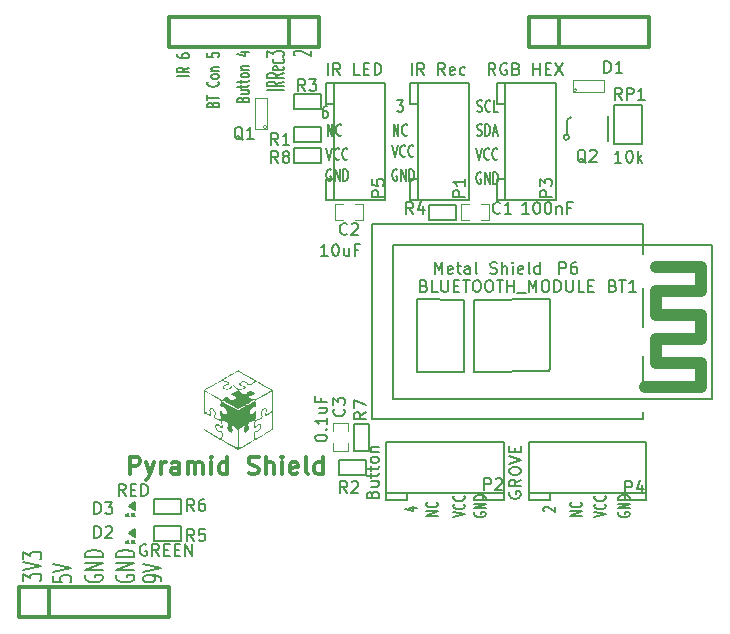
<source format=gto>
G04 (created by PCBNEW (2013-05-16 BZR 4016)-stable) date 6/30/2013 14:04:39*
%MOIN*%
G04 Gerber Fmt 3.4, Leading zero omitted, Abs format*
%FSLAX34Y34*%
G01*
G70*
G90*
G04 APERTURE LIST*
%ADD10C,0.00590551*%
%ADD11C,0.011811*%
%ADD12C,0.006*%
%ADD13C,0.0001*%
%ADD14C,0.0031*%
%ADD15C,0.005*%
%ADD16C,0.0047*%
%ADD17C,0.012*%
%ADD18C,0.04*%
G04 APERTURE END LIST*
G54D10*
G54D11*
X84380Y-59539D02*
X84380Y-58948D01*
X84605Y-58948D01*
X84661Y-58976D01*
X84689Y-59004D01*
X84717Y-59060D01*
X84717Y-59145D01*
X84689Y-59201D01*
X84661Y-59229D01*
X84605Y-59257D01*
X84380Y-59257D01*
X84914Y-59145D02*
X85055Y-59539D01*
X85195Y-59145D02*
X85055Y-59539D01*
X84998Y-59679D01*
X84970Y-59707D01*
X84914Y-59735D01*
X85420Y-59539D02*
X85420Y-59145D01*
X85420Y-59257D02*
X85448Y-59201D01*
X85476Y-59173D01*
X85533Y-59145D01*
X85589Y-59145D01*
X86039Y-59539D02*
X86039Y-59229D01*
X86011Y-59173D01*
X85954Y-59145D01*
X85842Y-59145D01*
X85786Y-59173D01*
X86039Y-59510D02*
X85983Y-59539D01*
X85842Y-59539D01*
X85786Y-59510D01*
X85758Y-59454D01*
X85758Y-59398D01*
X85786Y-59342D01*
X85842Y-59314D01*
X85983Y-59314D01*
X86039Y-59285D01*
X86320Y-59539D02*
X86320Y-59145D01*
X86320Y-59201D02*
X86348Y-59173D01*
X86404Y-59145D01*
X86489Y-59145D01*
X86545Y-59173D01*
X86573Y-59229D01*
X86573Y-59539D01*
X86573Y-59229D02*
X86601Y-59173D01*
X86657Y-59145D01*
X86742Y-59145D01*
X86798Y-59173D01*
X86826Y-59229D01*
X86826Y-59539D01*
X87107Y-59539D02*
X87107Y-59145D01*
X87107Y-58948D02*
X87079Y-58976D01*
X87107Y-59004D01*
X87135Y-58976D01*
X87107Y-58948D01*
X87107Y-59004D01*
X87642Y-59539D02*
X87642Y-58948D01*
X87642Y-59510D02*
X87585Y-59539D01*
X87473Y-59539D01*
X87417Y-59510D01*
X87389Y-59482D01*
X87360Y-59426D01*
X87360Y-59257D01*
X87389Y-59201D01*
X87417Y-59173D01*
X87473Y-59145D01*
X87585Y-59145D01*
X87642Y-59173D01*
X88345Y-59510D02*
X88429Y-59539D01*
X88570Y-59539D01*
X88626Y-59510D01*
X88654Y-59482D01*
X88682Y-59426D01*
X88682Y-59370D01*
X88654Y-59314D01*
X88626Y-59285D01*
X88570Y-59257D01*
X88457Y-59229D01*
X88401Y-59201D01*
X88373Y-59173D01*
X88345Y-59117D01*
X88345Y-59060D01*
X88373Y-59004D01*
X88401Y-58976D01*
X88457Y-58948D01*
X88598Y-58948D01*
X88682Y-58976D01*
X88935Y-59539D02*
X88935Y-58948D01*
X89188Y-59539D02*
X89188Y-59229D01*
X89160Y-59173D01*
X89104Y-59145D01*
X89020Y-59145D01*
X88963Y-59173D01*
X88935Y-59201D01*
X89470Y-59539D02*
X89470Y-59145D01*
X89470Y-58948D02*
X89441Y-58976D01*
X89470Y-59004D01*
X89498Y-58976D01*
X89470Y-58948D01*
X89470Y-59004D01*
X89976Y-59510D02*
X89920Y-59539D01*
X89807Y-59539D01*
X89751Y-59510D01*
X89723Y-59454D01*
X89723Y-59229D01*
X89751Y-59173D01*
X89807Y-59145D01*
X89920Y-59145D01*
X89976Y-59173D01*
X90004Y-59229D01*
X90004Y-59285D01*
X89723Y-59342D01*
X90341Y-59539D02*
X90285Y-59510D01*
X90257Y-59454D01*
X90257Y-58948D01*
X90819Y-59539D02*
X90819Y-58948D01*
X90819Y-59510D02*
X90763Y-59539D01*
X90651Y-59539D01*
X90594Y-59510D01*
X90566Y-59482D01*
X90538Y-59426D01*
X90538Y-59257D01*
X90566Y-59201D01*
X90594Y-59173D01*
X90651Y-59145D01*
X90763Y-59145D01*
X90819Y-59173D01*
G54D10*
X89904Y-45578D02*
X89876Y-45565D01*
X89848Y-45539D01*
X89848Y-45473D01*
X89876Y-45447D01*
X89904Y-45434D01*
X89960Y-45421D01*
X90017Y-45421D01*
X90101Y-45434D01*
X90439Y-45591D01*
X90439Y-45421D01*
X89539Y-46743D02*
X88948Y-46743D01*
X89539Y-46454D02*
X89257Y-46546D01*
X89539Y-46611D02*
X88948Y-46611D01*
X88948Y-46506D01*
X88976Y-46480D01*
X89004Y-46467D01*
X89060Y-46454D01*
X89145Y-46454D01*
X89201Y-46467D01*
X89229Y-46480D01*
X89257Y-46506D01*
X89257Y-46611D01*
X89539Y-46178D02*
X89257Y-46270D01*
X89539Y-46336D02*
X88948Y-46336D01*
X88948Y-46231D01*
X88976Y-46204D01*
X89004Y-46191D01*
X89060Y-46178D01*
X89145Y-46178D01*
X89201Y-46191D01*
X89229Y-46204D01*
X89257Y-46231D01*
X89257Y-46336D01*
X89510Y-45955D02*
X89539Y-45981D01*
X89539Y-46034D01*
X89510Y-46060D01*
X89454Y-46073D01*
X89229Y-46073D01*
X89173Y-46060D01*
X89145Y-46034D01*
X89145Y-45981D01*
X89173Y-45955D01*
X89229Y-45942D01*
X89285Y-45942D01*
X89342Y-46073D01*
X89510Y-45706D02*
X89539Y-45732D01*
X89539Y-45785D01*
X89510Y-45811D01*
X89482Y-45824D01*
X89426Y-45837D01*
X89257Y-45837D01*
X89201Y-45824D01*
X89173Y-45811D01*
X89145Y-45785D01*
X89145Y-45732D01*
X89173Y-45706D01*
X88948Y-45614D02*
X88948Y-45443D01*
X89173Y-45535D01*
X89173Y-45496D01*
X89201Y-45470D01*
X89229Y-45456D01*
X89285Y-45443D01*
X89426Y-45443D01*
X89482Y-45456D01*
X89510Y-45470D01*
X89539Y-45496D01*
X89539Y-45575D01*
X89510Y-45601D01*
X89482Y-45614D01*
X88153Y-47048D02*
X88171Y-47008D01*
X88190Y-46995D01*
X88228Y-46982D01*
X88284Y-46982D01*
X88321Y-46995D01*
X88340Y-47008D01*
X88359Y-47034D01*
X88359Y-47139D01*
X87965Y-47139D01*
X87965Y-47048D01*
X87984Y-47021D01*
X88003Y-47008D01*
X88040Y-46995D01*
X88078Y-46995D01*
X88115Y-47008D01*
X88134Y-47021D01*
X88153Y-47048D01*
X88153Y-47139D01*
X88096Y-46746D02*
X88359Y-46746D01*
X88096Y-46864D02*
X88303Y-46864D01*
X88340Y-46851D01*
X88359Y-46824D01*
X88359Y-46785D01*
X88340Y-46759D01*
X88321Y-46746D01*
X88096Y-46654D02*
X88096Y-46549D01*
X87965Y-46614D02*
X88303Y-46614D01*
X88340Y-46601D01*
X88359Y-46575D01*
X88359Y-46549D01*
X88096Y-46496D02*
X88096Y-46391D01*
X87965Y-46457D02*
X88303Y-46457D01*
X88340Y-46444D01*
X88359Y-46418D01*
X88359Y-46391D01*
X88359Y-46260D02*
X88340Y-46286D01*
X88321Y-46299D01*
X88284Y-46313D01*
X88171Y-46313D01*
X88134Y-46299D01*
X88115Y-46286D01*
X88096Y-46260D01*
X88096Y-46221D01*
X88115Y-46195D01*
X88134Y-46181D01*
X88171Y-46168D01*
X88284Y-46168D01*
X88321Y-46181D01*
X88340Y-46195D01*
X88359Y-46221D01*
X88359Y-46260D01*
X88096Y-46050D02*
X88359Y-46050D01*
X88134Y-46050D02*
X88115Y-46037D01*
X88096Y-46011D01*
X88096Y-45971D01*
X88115Y-45945D01*
X88153Y-45932D01*
X88359Y-45932D01*
X88096Y-45473D02*
X88359Y-45473D01*
X87946Y-45538D02*
X88228Y-45604D01*
X88228Y-45433D01*
X87153Y-47213D02*
X87171Y-47174D01*
X87190Y-47161D01*
X87228Y-47148D01*
X87284Y-47148D01*
X87321Y-47161D01*
X87340Y-47174D01*
X87359Y-47200D01*
X87359Y-47305D01*
X86965Y-47305D01*
X86965Y-47213D01*
X86984Y-47187D01*
X87003Y-47174D01*
X87040Y-47161D01*
X87078Y-47161D01*
X87115Y-47174D01*
X87134Y-47187D01*
X87153Y-47213D01*
X87153Y-47305D01*
X86965Y-47069D02*
X86965Y-46911D01*
X87359Y-46990D02*
X86965Y-46990D01*
X87321Y-46452D02*
X87340Y-46465D01*
X87359Y-46504D01*
X87359Y-46531D01*
X87340Y-46570D01*
X87303Y-46596D01*
X87265Y-46609D01*
X87190Y-46623D01*
X87134Y-46623D01*
X87059Y-46609D01*
X87021Y-46596D01*
X86984Y-46570D01*
X86965Y-46531D01*
X86965Y-46504D01*
X86984Y-46465D01*
X87003Y-46452D01*
X87359Y-46295D02*
X87340Y-46321D01*
X87321Y-46334D01*
X87284Y-46347D01*
X87171Y-46347D01*
X87134Y-46334D01*
X87115Y-46321D01*
X87096Y-46295D01*
X87096Y-46255D01*
X87115Y-46229D01*
X87134Y-46216D01*
X87171Y-46203D01*
X87284Y-46203D01*
X87321Y-46216D01*
X87340Y-46229D01*
X87359Y-46255D01*
X87359Y-46295D01*
X87096Y-46085D02*
X87359Y-46085D01*
X87134Y-46085D02*
X87115Y-46071D01*
X87096Y-46045D01*
X87096Y-46006D01*
X87115Y-45980D01*
X87153Y-45966D01*
X87359Y-45966D01*
X86965Y-45494D02*
X86965Y-45625D01*
X87153Y-45638D01*
X87134Y-45625D01*
X87115Y-45599D01*
X87115Y-45533D01*
X87134Y-45507D01*
X87153Y-45494D01*
X87190Y-45481D01*
X87284Y-45481D01*
X87321Y-45494D01*
X87340Y-45507D01*
X87359Y-45533D01*
X87359Y-45599D01*
X87340Y-45625D01*
X87321Y-45638D01*
X86359Y-46274D02*
X85965Y-46274D01*
X86359Y-45985D02*
X86171Y-46077D01*
X86359Y-46142D02*
X85965Y-46142D01*
X85965Y-46037D01*
X85984Y-46011D01*
X86003Y-45998D01*
X86040Y-45985D01*
X86096Y-45985D01*
X86134Y-45998D01*
X86153Y-46011D01*
X86171Y-46037D01*
X86171Y-46142D01*
X85965Y-45539D02*
X85965Y-45591D01*
X85984Y-45617D01*
X86003Y-45630D01*
X86059Y-45657D01*
X86134Y-45670D01*
X86284Y-45670D01*
X86321Y-45657D01*
X86340Y-45644D01*
X86359Y-45617D01*
X86359Y-45565D01*
X86340Y-45539D01*
X86321Y-45525D01*
X86284Y-45512D01*
X86190Y-45512D01*
X86153Y-45525D01*
X86134Y-45539D01*
X86115Y-45565D01*
X86115Y-45617D01*
X86134Y-45644D01*
X86153Y-45657D01*
X86190Y-45670D01*
G54D12*
X85442Y-63097D02*
X85442Y-63021D01*
X85414Y-62983D01*
X85385Y-62964D01*
X85300Y-62926D01*
X85185Y-62907D01*
X84957Y-62907D01*
X84900Y-62926D01*
X84871Y-62945D01*
X84842Y-62983D01*
X84842Y-63059D01*
X84871Y-63097D01*
X84900Y-63116D01*
X84957Y-63135D01*
X85100Y-63135D01*
X85157Y-63116D01*
X85185Y-63097D01*
X85214Y-63059D01*
X85214Y-62983D01*
X85185Y-62945D01*
X85157Y-62926D01*
X85100Y-62907D01*
X84842Y-62792D02*
X85442Y-62659D01*
X84842Y-62526D01*
X83971Y-62904D02*
X83942Y-62942D01*
X83942Y-63000D01*
X83971Y-63057D01*
X84028Y-63095D01*
X84085Y-63114D01*
X84200Y-63133D01*
X84285Y-63133D01*
X84400Y-63114D01*
X84457Y-63095D01*
X84514Y-63057D01*
X84542Y-63000D01*
X84542Y-62961D01*
X84514Y-62904D01*
X84485Y-62885D01*
X84285Y-62885D01*
X84285Y-62961D01*
X84542Y-62714D02*
X83942Y-62714D01*
X84542Y-62485D01*
X83942Y-62485D01*
X84542Y-62295D02*
X83942Y-62295D01*
X83942Y-62199D01*
X83971Y-62142D01*
X84028Y-62104D01*
X84085Y-62085D01*
X84200Y-62066D01*
X84285Y-62066D01*
X84400Y-62085D01*
X84457Y-62104D01*
X84514Y-62142D01*
X84542Y-62199D01*
X84542Y-62295D01*
X82921Y-62904D02*
X82892Y-62942D01*
X82892Y-63000D01*
X82921Y-63057D01*
X82978Y-63095D01*
X83035Y-63114D01*
X83150Y-63133D01*
X83235Y-63133D01*
X83350Y-63114D01*
X83407Y-63095D01*
X83464Y-63057D01*
X83492Y-63000D01*
X83492Y-62961D01*
X83464Y-62904D01*
X83435Y-62885D01*
X83235Y-62885D01*
X83235Y-62961D01*
X83492Y-62714D02*
X82892Y-62714D01*
X83492Y-62485D01*
X82892Y-62485D01*
X83492Y-62295D02*
X82892Y-62295D01*
X82892Y-62199D01*
X82921Y-62142D01*
X82978Y-62104D01*
X83035Y-62085D01*
X83150Y-62066D01*
X83235Y-62066D01*
X83350Y-62085D01*
X83407Y-62104D01*
X83464Y-62142D01*
X83492Y-62199D01*
X83492Y-62295D01*
X81842Y-62926D02*
X81842Y-63116D01*
X82128Y-63135D01*
X82100Y-63116D01*
X82071Y-63078D01*
X82071Y-62983D01*
X82100Y-62945D01*
X82128Y-62926D01*
X82185Y-62907D01*
X82328Y-62907D01*
X82385Y-62926D01*
X82414Y-62945D01*
X82442Y-62983D01*
X82442Y-63078D01*
X82414Y-63116D01*
X82385Y-63135D01*
X81842Y-62792D02*
X82442Y-62659D01*
X81842Y-62526D01*
X80842Y-63095D02*
X80842Y-62847D01*
X81071Y-62980D01*
X81071Y-62923D01*
X81100Y-62885D01*
X81128Y-62866D01*
X81185Y-62847D01*
X81328Y-62847D01*
X81385Y-62866D01*
X81414Y-62885D01*
X81442Y-62923D01*
X81442Y-63038D01*
X81414Y-63076D01*
X81385Y-63095D01*
X80842Y-62733D02*
X81442Y-62599D01*
X80842Y-62466D01*
X80842Y-62371D02*
X80842Y-62123D01*
X81071Y-62257D01*
X81071Y-62200D01*
X81100Y-62161D01*
X81128Y-62142D01*
X81185Y-62123D01*
X81328Y-62123D01*
X81385Y-62142D01*
X81414Y-62161D01*
X81442Y-62200D01*
X81442Y-62314D01*
X81414Y-62352D01*
X81385Y-62371D01*
G54D13*
G36*
X89155Y-58057D02*
X89126Y-58074D01*
X89126Y-58039D01*
X89124Y-57865D01*
X89124Y-57831D01*
X89124Y-57794D01*
X89123Y-57757D01*
X89123Y-57719D01*
X89123Y-57412D01*
X89122Y-57090D01*
X89122Y-57049D01*
X89122Y-57010D01*
X89122Y-56972D01*
X89122Y-56937D01*
X89121Y-56904D01*
X89121Y-56873D01*
X89121Y-56846D01*
X89121Y-56822D01*
X89120Y-56802D01*
X89120Y-56787D01*
X89120Y-56775D01*
X89120Y-56768D01*
X89120Y-56767D01*
X89117Y-56768D01*
X89111Y-56772D01*
X89100Y-56777D01*
X89097Y-56779D01*
X89097Y-56738D01*
X89094Y-56737D01*
X89087Y-56733D01*
X89077Y-56726D01*
X89062Y-56718D01*
X89045Y-56708D01*
X89025Y-56696D01*
X89002Y-56683D01*
X88977Y-56669D01*
X88951Y-56653D01*
X88923Y-56637D01*
X88894Y-56620D01*
X88864Y-56603D01*
X88835Y-56586D01*
X88805Y-56569D01*
X88776Y-56552D01*
X88747Y-56536D01*
X88720Y-56520D01*
X88694Y-56505D01*
X88670Y-56491D01*
X88648Y-56479D01*
X88629Y-56468D01*
X88613Y-56459D01*
X88600Y-56451D01*
X88591Y-56446D01*
X88586Y-56443D01*
X88585Y-56443D01*
X88582Y-56444D01*
X88576Y-56449D01*
X88568Y-56455D01*
X88563Y-56459D01*
X88552Y-56468D01*
X88552Y-56423D01*
X88275Y-56263D01*
X88239Y-56242D01*
X88205Y-56223D01*
X88172Y-56204D01*
X88142Y-56186D01*
X88113Y-56170D01*
X88087Y-56155D01*
X88063Y-56142D01*
X88043Y-56130D01*
X88026Y-56120D01*
X88012Y-56112D01*
X88002Y-56107D01*
X87997Y-56104D01*
X87995Y-56103D01*
X87993Y-56105D01*
X87986Y-56108D01*
X87975Y-56114D01*
X87961Y-56123D01*
X87944Y-56133D01*
X87924Y-56144D01*
X87901Y-56158D01*
X87876Y-56172D01*
X87849Y-56187D01*
X87821Y-56204D01*
X87792Y-56221D01*
X87762Y-56238D01*
X87732Y-56256D01*
X87702Y-56273D01*
X87672Y-56291D01*
X87642Y-56308D01*
X87614Y-56324D01*
X87587Y-56340D01*
X87562Y-56355D01*
X87538Y-56368D01*
X87518Y-56380D01*
X87506Y-56387D01*
X87488Y-56398D01*
X87546Y-56417D01*
X87576Y-56428D01*
X87602Y-56437D01*
X87624Y-56445D01*
X87642Y-56452D01*
X87656Y-56458D01*
X87669Y-56465D01*
X87679Y-56471D01*
X87688Y-56477D01*
X87693Y-56482D01*
X87703Y-56493D01*
X87708Y-56503D01*
X87707Y-56514D01*
X87701Y-56525D01*
X87691Y-56537D01*
X87680Y-56545D01*
X87670Y-56552D01*
X87658Y-56557D01*
X87643Y-56562D01*
X87624Y-56566D01*
X87618Y-56567D01*
X87590Y-56573D01*
X87567Y-56581D01*
X87549Y-56590D01*
X87535Y-56600D01*
X87526Y-56611D01*
X87522Y-56623D01*
X87522Y-56636D01*
X87526Y-56645D01*
X87534Y-56657D01*
X87545Y-56667D01*
X87560Y-56675D01*
X87576Y-56681D01*
X87589Y-56685D01*
X87601Y-56688D01*
X87613Y-56689D01*
X87624Y-56689D01*
X87645Y-56688D01*
X87665Y-56683D01*
X87684Y-56676D01*
X87701Y-56666D01*
X87717Y-56656D01*
X87728Y-56646D01*
X87737Y-56636D01*
X87742Y-56626D01*
X87749Y-56614D01*
X87757Y-56604D01*
X87768Y-56596D01*
X87782Y-56588D01*
X87804Y-56580D01*
X87826Y-56577D01*
X87848Y-56579D01*
X87870Y-56586D01*
X87891Y-56598D01*
X87905Y-56607D01*
X87921Y-56620D01*
X87940Y-56635D01*
X87960Y-56653D01*
X87982Y-56672D01*
X87995Y-56684D01*
X88007Y-56695D01*
X88017Y-56703D01*
X88023Y-56709D01*
X88028Y-56712D01*
X88032Y-56713D01*
X88035Y-56713D01*
X88039Y-56711D01*
X88048Y-56709D01*
X88060Y-56705D01*
X88074Y-56700D01*
X88087Y-56696D01*
X88119Y-56685D01*
X88147Y-56674D01*
X88170Y-56665D01*
X88188Y-56656D01*
X88201Y-56649D01*
X88209Y-56643D01*
X88212Y-56638D01*
X88212Y-56636D01*
X88207Y-56631D01*
X88198Y-56626D01*
X88185Y-56621D01*
X88168Y-56616D01*
X88150Y-56612D01*
X88128Y-56608D01*
X88110Y-56603D01*
X88096Y-56598D01*
X88083Y-56591D01*
X88071Y-56583D01*
X88059Y-56572D01*
X88059Y-56572D01*
X88047Y-56558D01*
X88039Y-56543D01*
X88037Y-56528D01*
X88040Y-56512D01*
X88042Y-56507D01*
X88051Y-56494D01*
X88064Y-56482D01*
X88080Y-56469D01*
X88099Y-56458D01*
X88118Y-56450D01*
X88136Y-56444D01*
X88150Y-56441D01*
X88168Y-56440D01*
X88188Y-56441D01*
X88207Y-56442D01*
X88226Y-56445D01*
X88239Y-56448D01*
X88258Y-56454D01*
X88277Y-56463D01*
X88295Y-56473D01*
X88311Y-56483D01*
X88321Y-56492D01*
X88329Y-56500D01*
X88334Y-56507D01*
X88337Y-56515D01*
X88339Y-56521D01*
X88342Y-56536D01*
X88357Y-56539D01*
X88369Y-56540D01*
X88382Y-56540D01*
X88395Y-56536D01*
X88410Y-56530D01*
X88426Y-56520D01*
X88445Y-56508D01*
X88458Y-56498D01*
X88474Y-56486D01*
X88492Y-56473D01*
X88509Y-56459D01*
X88525Y-56446D01*
X88539Y-56435D01*
X88542Y-56432D01*
X88552Y-56423D01*
X88552Y-56468D01*
X88550Y-56470D01*
X88535Y-56482D01*
X88519Y-56494D01*
X88502Y-56507D01*
X88486Y-56519D01*
X88471Y-56529D01*
X88458Y-56538D01*
X88449Y-56544D01*
X88448Y-56545D01*
X88424Y-56556D01*
X88400Y-56563D01*
X88374Y-56566D01*
X88373Y-56566D01*
X88352Y-56565D01*
X88334Y-56562D01*
X88319Y-56557D01*
X88307Y-56550D01*
X88301Y-56542D01*
X88300Y-56541D01*
X88297Y-56532D01*
X88294Y-56523D01*
X88293Y-56520D01*
X88287Y-56509D01*
X88276Y-56498D01*
X88261Y-56489D01*
X88243Y-56480D01*
X88222Y-56473D01*
X88203Y-56468D01*
X88190Y-56466D01*
X88180Y-56465D01*
X88171Y-56465D01*
X88162Y-56466D01*
X88138Y-56473D01*
X88116Y-56484D01*
X88101Y-56495D01*
X88090Y-56507D01*
X88083Y-56518D01*
X88080Y-56528D01*
X88082Y-56539D01*
X88086Y-56548D01*
X88094Y-56559D01*
X88105Y-56567D01*
X88118Y-56575D01*
X88135Y-56581D01*
X88156Y-56586D01*
X88168Y-56588D01*
X88193Y-56594D01*
X88213Y-56600D01*
X88229Y-56607D01*
X88242Y-56616D01*
X88247Y-56621D01*
X88254Y-56630D01*
X88256Y-56638D01*
X88254Y-56646D01*
X88246Y-56656D01*
X88244Y-56658D01*
X88233Y-56667D01*
X88216Y-56676D01*
X88194Y-56687D01*
X88168Y-56698D01*
X88137Y-56709D01*
X88102Y-56721D01*
X88080Y-56728D01*
X88067Y-56732D01*
X88055Y-56736D01*
X88045Y-56739D01*
X88040Y-56741D01*
X88039Y-56741D01*
X88037Y-56742D01*
X88037Y-56744D01*
X88040Y-56748D01*
X88044Y-56754D01*
X88052Y-56763D01*
X88062Y-56775D01*
X88087Y-56802D01*
X88109Y-56825D01*
X88129Y-56843D01*
X88146Y-56856D01*
X88161Y-56866D01*
X88162Y-56866D01*
X88172Y-56871D01*
X88180Y-56874D01*
X88188Y-56875D01*
X88198Y-56876D01*
X88206Y-56876D01*
X88220Y-56876D01*
X88231Y-56874D01*
X88241Y-56872D01*
X88247Y-56870D01*
X88263Y-56862D01*
X88275Y-56853D01*
X88283Y-56844D01*
X88285Y-56840D01*
X88296Y-56821D01*
X88310Y-56805D01*
X88319Y-56798D01*
X88345Y-56783D01*
X88373Y-56774D01*
X88403Y-56769D01*
X88434Y-56770D01*
X88466Y-56776D01*
X88468Y-56776D01*
X88489Y-56783D01*
X88506Y-56791D01*
X88521Y-56802D01*
X88526Y-56808D01*
X88537Y-56822D01*
X88543Y-56834D01*
X88544Y-56846D01*
X88540Y-56858D01*
X88530Y-56871D01*
X88523Y-56878D01*
X88500Y-56895D01*
X88473Y-56909D01*
X88442Y-56919D01*
X88417Y-56924D01*
X88405Y-56926D01*
X88393Y-56929D01*
X88383Y-56932D01*
X88380Y-56933D01*
X88371Y-56938D01*
X88361Y-56945D01*
X88354Y-56952D01*
X88350Y-56958D01*
X88349Y-56960D01*
X88352Y-56967D01*
X88359Y-56974D01*
X88370Y-56982D01*
X88384Y-56990D01*
X88388Y-56992D01*
X88398Y-56996D01*
X88411Y-57002D01*
X88427Y-57008D01*
X88444Y-57015D01*
X88462Y-57022D01*
X88481Y-57029D01*
X88498Y-57035D01*
X88515Y-57041D01*
X88530Y-57046D01*
X88541Y-57050D01*
X88549Y-57052D01*
X88553Y-57053D01*
X88555Y-57052D01*
X88563Y-57048D01*
X88574Y-57042D01*
X88589Y-57034D01*
X88607Y-57023D01*
X88629Y-57011D01*
X88653Y-56997D01*
X88680Y-56982D01*
X88709Y-56965D01*
X88741Y-56947D01*
X88774Y-56928D01*
X88808Y-56908D01*
X88828Y-56897D01*
X88863Y-56877D01*
X88897Y-56857D01*
X88928Y-56839D01*
X88959Y-56821D01*
X88986Y-56805D01*
X89012Y-56790D01*
X89034Y-56777D01*
X89054Y-56765D01*
X89070Y-56755D01*
X89083Y-56748D01*
X89092Y-56742D01*
X89096Y-56739D01*
X89097Y-56738D01*
X89097Y-56779D01*
X89086Y-56785D01*
X89068Y-56795D01*
X89048Y-56807D01*
X89025Y-56820D01*
X89000Y-56834D01*
X88973Y-56849D01*
X88945Y-56866D01*
X88915Y-56883D01*
X88885Y-56900D01*
X88854Y-56918D01*
X88823Y-56935D01*
X88792Y-56953D01*
X88762Y-56971D01*
X88732Y-56987D01*
X88704Y-57004D01*
X88678Y-57019D01*
X88653Y-57033D01*
X88631Y-57046D01*
X88611Y-57057D01*
X88595Y-57067D01*
X88582Y-57075D01*
X88572Y-57081D01*
X88566Y-57084D01*
X88565Y-57085D01*
X88565Y-57088D01*
X88566Y-57095D01*
X88569Y-57105D01*
X88571Y-57112D01*
X88579Y-57139D01*
X88585Y-57166D01*
X88589Y-57192D01*
X88592Y-57215D01*
X88592Y-57236D01*
X88591Y-57253D01*
X88588Y-57266D01*
X88587Y-57267D01*
X88578Y-57282D01*
X88564Y-57294D01*
X88562Y-57296D01*
X88562Y-57091D01*
X88561Y-57088D01*
X88558Y-57082D01*
X88554Y-57074D01*
X88549Y-57067D01*
X88545Y-57061D01*
X88542Y-57058D01*
X88541Y-57058D01*
X88539Y-57059D01*
X88532Y-57063D01*
X88521Y-57069D01*
X88506Y-57078D01*
X88488Y-57088D01*
X88466Y-57100D01*
X88442Y-57113D01*
X88415Y-57128D01*
X88385Y-57145D01*
X88354Y-57162D01*
X88321Y-57181D01*
X88287Y-57200D01*
X88270Y-57209D01*
X88235Y-57229D01*
X88202Y-57248D01*
X88170Y-57266D01*
X88140Y-57283D01*
X88112Y-57298D01*
X88086Y-57313D01*
X88063Y-57325D01*
X88043Y-57336D01*
X88027Y-57345D01*
X88014Y-57352D01*
X88005Y-57357D01*
X88002Y-57359D01*
X88002Y-56738D01*
X88000Y-56736D01*
X87995Y-56731D01*
X87987Y-56724D01*
X87977Y-56714D01*
X87965Y-56703D01*
X87959Y-56698D01*
X87936Y-56677D01*
X87916Y-56660D01*
X87899Y-56645D01*
X87885Y-56634D01*
X87873Y-56624D01*
X87863Y-56617D01*
X87854Y-56612D01*
X87846Y-56608D01*
X87839Y-56606D01*
X87837Y-56605D01*
X87828Y-56603D01*
X87822Y-56604D01*
X87814Y-56606D01*
X87813Y-56607D01*
X87802Y-56612D01*
X87794Y-56618D01*
X87788Y-56626D01*
X87782Y-56638D01*
X87782Y-56638D01*
X87776Y-56649D01*
X87769Y-56657D01*
X87761Y-56665D01*
X87755Y-56669D01*
X87732Y-56685D01*
X87706Y-56698D01*
X87679Y-56708D01*
X87672Y-56710D01*
X87661Y-56712D01*
X87651Y-56714D01*
X87641Y-56714D01*
X87628Y-56714D01*
X87615Y-56714D01*
X87599Y-56713D01*
X87587Y-56712D01*
X87576Y-56711D01*
X87566Y-56708D01*
X87554Y-56704D01*
X87553Y-56704D01*
X87530Y-56694D01*
X87510Y-56683D01*
X87495Y-56669D01*
X87484Y-56654D01*
X87479Y-56638D01*
X87478Y-56632D01*
X87479Y-56616D01*
X87485Y-56601D01*
X87496Y-56588D01*
X87511Y-56576D01*
X87532Y-56565D01*
X87558Y-56555D01*
X87589Y-56546D01*
X87622Y-56539D01*
X87633Y-56535D01*
X87644Y-56530D01*
X87654Y-56523D01*
X87661Y-56516D01*
X87664Y-56509D01*
X87664Y-56508D01*
X87662Y-56501D01*
X87654Y-56494D01*
X87642Y-56486D01*
X87625Y-56477D01*
X87624Y-56477D01*
X87615Y-56473D01*
X87603Y-56468D01*
X87588Y-56463D01*
X87571Y-56457D01*
X87553Y-56450D01*
X87535Y-56444D01*
X87516Y-56438D01*
X87499Y-56432D01*
X87484Y-56427D01*
X87471Y-56423D01*
X87461Y-56420D01*
X87455Y-56419D01*
X87454Y-56419D01*
X87451Y-56421D01*
X87444Y-56425D01*
X87433Y-56431D01*
X87418Y-56439D01*
X87399Y-56450D01*
X87378Y-56462D01*
X87353Y-56476D01*
X87326Y-56492D01*
X87297Y-56509D01*
X87265Y-56527D01*
X87232Y-56546D01*
X87198Y-56566D01*
X87174Y-56580D01*
X86899Y-56740D01*
X86933Y-56759D01*
X86940Y-56763D01*
X86951Y-56770D01*
X86966Y-56778D01*
X86985Y-56789D01*
X87007Y-56802D01*
X87031Y-56816D01*
X87059Y-56832D01*
X87088Y-56849D01*
X87119Y-56867D01*
X87151Y-56885D01*
X87185Y-56905D01*
X87211Y-56920D01*
X87455Y-57061D01*
X87489Y-57027D01*
X87502Y-57015D01*
X87514Y-57004D01*
X87525Y-56994D01*
X87534Y-56986D01*
X87539Y-56982D01*
X87552Y-56973D01*
X87567Y-56965D01*
X87581Y-56958D01*
X87592Y-56954D01*
X87595Y-56953D01*
X87607Y-56953D01*
X87620Y-56956D01*
X87635Y-56962D01*
X87646Y-56968D01*
X87654Y-56975D01*
X87661Y-56984D01*
X87668Y-56994D01*
X87678Y-57011D01*
X87690Y-57023D01*
X87705Y-57033D01*
X87714Y-57038D01*
X87732Y-57045D01*
X87750Y-57050D01*
X87769Y-57052D01*
X87791Y-57053D01*
X87799Y-57053D01*
X87815Y-57052D01*
X87828Y-57050D01*
X87839Y-57048D01*
X87851Y-57044D01*
X87852Y-57044D01*
X87876Y-57035D01*
X87896Y-57024D01*
X87910Y-57014D01*
X87920Y-57002D01*
X87924Y-56990D01*
X87923Y-56978D01*
X87921Y-56972D01*
X87913Y-56960D01*
X87901Y-56947D01*
X87886Y-56936D01*
X87869Y-56926D01*
X87851Y-56917D01*
X87833Y-56911D01*
X87813Y-56907D01*
X87795Y-56905D01*
X87779Y-56904D01*
X87768Y-56901D01*
X87760Y-56896D01*
X87754Y-56890D01*
X87753Y-56888D01*
X87749Y-56877D01*
X87750Y-56867D01*
X87755Y-56857D01*
X87766Y-56847D01*
X87781Y-56837D01*
X87783Y-56836D01*
X87793Y-56830D01*
X87808Y-56823D01*
X87826Y-56815D01*
X87848Y-56805D01*
X87872Y-56794D01*
X87899Y-56782D01*
X87928Y-56769D01*
X87947Y-56761D01*
X87963Y-56755D01*
X87977Y-56749D01*
X87988Y-56744D01*
X87997Y-56740D01*
X88001Y-56738D01*
X88002Y-56738D01*
X88002Y-57359D01*
X88001Y-57360D01*
X88000Y-57360D01*
X87997Y-57359D01*
X87990Y-57355D01*
X87979Y-57349D01*
X87965Y-57341D01*
X87946Y-57331D01*
X87925Y-57319D01*
X87901Y-57305D01*
X87874Y-57290D01*
X87845Y-57274D01*
X87814Y-57256D01*
X87781Y-57238D01*
X87747Y-57219D01*
X87734Y-57212D01*
X87700Y-57192D01*
X87667Y-57174D01*
X87635Y-57156D01*
X87605Y-57139D01*
X87577Y-57124D01*
X87552Y-57110D01*
X87530Y-57097D01*
X87510Y-57086D01*
X87494Y-57077D01*
X87482Y-57070D01*
X87473Y-57066D01*
X87469Y-57063D01*
X87469Y-57063D01*
X87466Y-57065D01*
X87462Y-57070D01*
X87457Y-57077D01*
X87453Y-57085D01*
X87450Y-57091D01*
X87449Y-57095D01*
X87451Y-57097D01*
X87458Y-57101D01*
X87469Y-57108D01*
X87483Y-57116D01*
X87501Y-57127D01*
X87522Y-57139D01*
X87546Y-57153D01*
X87573Y-57168D01*
X87602Y-57185D01*
X87633Y-57202D01*
X87666Y-57221D01*
X87700Y-57240D01*
X87713Y-57248D01*
X87977Y-57396D01*
X87978Y-57719D01*
X87979Y-58043D01*
X88000Y-58043D01*
X88021Y-58043D01*
X88022Y-57719D01*
X88023Y-57396D01*
X88292Y-57245D01*
X88327Y-57225D01*
X88361Y-57206D01*
X88393Y-57188D01*
X88423Y-57171D01*
X88451Y-57155D01*
X88476Y-57141D01*
X88499Y-57128D01*
X88519Y-57116D01*
X88535Y-57107D01*
X88548Y-57100D01*
X88557Y-57095D01*
X88561Y-57092D01*
X88562Y-57091D01*
X88562Y-57296D01*
X88552Y-57302D01*
X88545Y-57305D01*
X88538Y-57307D01*
X88529Y-57308D01*
X88517Y-57308D01*
X88514Y-57308D01*
X88502Y-57308D01*
X88492Y-57309D01*
X88485Y-57311D01*
X88478Y-57314D01*
X88474Y-57315D01*
X88452Y-57329D01*
X88432Y-57347D01*
X88414Y-57369D01*
X88399Y-57394D01*
X88398Y-57396D01*
X88389Y-57418D01*
X88383Y-57439D01*
X88378Y-57463D01*
X88377Y-57475D01*
X88377Y-57496D01*
X88380Y-57513D01*
X88386Y-57526D01*
X88395Y-57534D01*
X88408Y-57538D01*
X88415Y-57539D01*
X88432Y-57536D01*
X88452Y-57530D01*
X88472Y-57520D01*
X88482Y-57514D01*
X88495Y-57504D01*
X88506Y-57494D01*
X88517Y-57481D01*
X88529Y-57465D01*
X88533Y-57459D01*
X88543Y-57447D01*
X88552Y-57439D01*
X88562Y-57435D01*
X88570Y-57436D01*
X88579Y-57438D01*
X88587Y-57444D01*
X88592Y-57452D01*
X88595Y-57464D01*
X88596Y-57480D01*
X88596Y-57500D01*
X88595Y-57514D01*
X88593Y-57530D01*
X88591Y-57551D01*
X88589Y-57576D01*
X88586Y-57603D01*
X88583Y-57631D01*
X88580Y-57660D01*
X88576Y-57689D01*
X88575Y-57697D01*
X88572Y-57726D01*
X88579Y-57724D01*
X88584Y-57723D01*
X88592Y-57720D01*
X88605Y-57716D01*
X88620Y-57711D01*
X88637Y-57706D01*
X88651Y-57701D01*
X88676Y-57693D01*
X88696Y-57686D01*
X88713Y-57680D01*
X88726Y-57675D01*
X88737Y-57670D01*
X88746Y-57666D01*
X88754Y-57661D01*
X88761Y-57656D01*
X88772Y-57646D01*
X88779Y-57633D01*
X88782Y-57620D01*
X88780Y-57607D01*
X88775Y-57597D01*
X88765Y-57582D01*
X88758Y-57568D01*
X88754Y-57552D01*
X88752Y-57533D01*
X88752Y-57517D01*
X88755Y-57483D01*
X88762Y-57450D01*
X88775Y-57419D01*
X88782Y-57407D01*
X88791Y-57393D01*
X88803Y-57378D01*
X88818Y-57364D01*
X88833Y-57350D01*
X88847Y-57338D01*
X88859Y-57331D01*
X88868Y-57326D01*
X88875Y-57323D01*
X88883Y-57322D01*
X88893Y-57321D01*
X88899Y-57321D01*
X88911Y-57322D01*
X88919Y-57322D01*
X88925Y-57324D01*
X88930Y-57327D01*
X88932Y-57328D01*
X88943Y-57338D01*
X88950Y-57348D01*
X88952Y-57354D01*
X88954Y-57360D01*
X88955Y-57366D01*
X88956Y-57375D01*
X88956Y-57388D01*
X88956Y-57397D01*
X88956Y-57433D01*
X88943Y-57470D01*
X88938Y-57485D01*
X88934Y-57496D01*
X88932Y-57505D01*
X88931Y-57512D01*
X88931Y-57518D01*
X88931Y-57524D01*
X88933Y-57534D01*
X88934Y-57542D01*
X88936Y-57545D01*
X88940Y-57549D01*
X88946Y-57550D01*
X88954Y-57548D01*
X88964Y-57544D01*
X88976Y-57536D01*
X88990Y-57526D01*
X89008Y-57513D01*
X89028Y-57496D01*
X89051Y-57476D01*
X89078Y-57452D01*
X89088Y-57444D01*
X89123Y-57412D01*
X89123Y-57719D01*
X89123Y-57682D01*
X89123Y-57647D01*
X89123Y-57615D01*
X89123Y-57586D01*
X89123Y-57571D01*
X89123Y-57450D01*
X89082Y-57487D01*
X89055Y-57511D01*
X89031Y-57531D01*
X89010Y-57548D01*
X88992Y-57562D01*
X88976Y-57573D01*
X88963Y-57581D01*
X88951Y-57586D01*
X88941Y-57589D01*
X88934Y-57589D01*
X88922Y-57588D01*
X88913Y-57583D01*
X88907Y-57575D01*
X88902Y-57562D01*
X88900Y-57545D01*
X88900Y-57539D01*
X88899Y-57529D01*
X88899Y-57522D01*
X88900Y-57515D01*
X88902Y-57507D01*
X88905Y-57496D01*
X88910Y-57483D01*
X88911Y-57481D01*
X88916Y-57466D01*
X88920Y-57454D01*
X88922Y-57444D01*
X88924Y-57433D01*
X88924Y-57422D01*
X88925Y-57420D01*
X88925Y-57407D01*
X88925Y-57398D01*
X88924Y-57391D01*
X88922Y-57385D01*
X88920Y-57380D01*
X88913Y-57369D01*
X88903Y-57363D01*
X88891Y-57360D01*
X88885Y-57360D01*
X88870Y-57362D01*
X88854Y-57369D01*
X88839Y-57380D01*
X88824Y-57394D01*
X88811Y-57411D01*
X88800Y-57429D01*
X88791Y-57449D01*
X88790Y-57451D01*
X88788Y-57459D01*
X88787Y-57468D01*
X88786Y-57479D01*
X88785Y-57494D01*
X88785Y-57501D01*
X88785Y-57517D01*
X88786Y-57528D01*
X88787Y-57537D01*
X88789Y-57544D01*
X88793Y-57550D01*
X88798Y-57557D01*
X88800Y-57560D01*
X88807Y-57572D01*
X88811Y-57588D01*
X88811Y-57607D01*
X88810Y-57616D01*
X88806Y-57638D01*
X88796Y-57658D01*
X88784Y-57674D01*
X88776Y-57681D01*
X88768Y-57688D01*
X88760Y-57693D01*
X88751Y-57699D01*
X88739Y-57705D01*
X88726Y-57710D01*
X88709Y-57717D01*
X88689Y-57724D01*
X88665Y-57733D01*
X88644Y-57740D01*
X88627Y-57746D01*
X88611Y-57752D01*
X88598Y-57757D01*
X88587Y-57761D01*
X88581Y-57764D01*
X88579Y-57766D01*
X88577Y-57770D01*
X88574Y-57780D01*
X88571Y-57792D01*
X88568Y-57807D01*
X88565Y-57824D01*
X88561Y-57842D01*
X88558Y-57860D01*
X88556Y-57871D01*
X88553Y-57888D01*
X88551Y-57905D01*
X88550Y-57922D01*
X88549Y-57936D01*
X88550Y-57947D01*
X88550Y-57955D01*
X88552Y-57959D01*
X88557Y-57959D01*
X88565Y-57955D01*
X88574Y-57949D01*
X88585Y-57939D01*
X88597Y-57928D01*
X88604Y-57920D01*
X88619Y-57902D01*
X88634Y-57888D01*
X88647Y-57877D01*
X88661Y-57868D01*
X88670Y-57864D01*
X88690Y-57857D01*
X88708Y-57854D01*
X88724Y-57856D01*
X88738Y-57863D01*
X88749Y-57875D01*
X88758Y-57891D01*
X88763Y-57911D01*
X88765Y-57922D01*
X88765Y-57952D01*
X88762Y-57980D01*
X88753Y-58006D01*
X88740Y-58031D01*
X88734Y-58040D01*
X88734Y-57967D01*
X88734Y-57947D01*
X88733Y-57944D01*
X88730Y-57926D01*
X88725Y-57913D01*
X88718Y-57903D01*
X88708Y-57898D01*
X88704Y-57896D01*
X88689Y-57895D01*
X88673Y-57899D01*
X88657Y-57907D01*
X88640Y-57921D01*
X88622Y-57940D01*
X88618Y-57945D01*
X88602Y-57962D01*
X88586Y-57976D01*
X88572Y-57987D01*
X88558Y-57995D01*
X88546Y-57998D01*
X88535Y-57998D01*
X88527Y-57993D01*
X88522Y-57986D01*
X88520Y-57978D01*
X88519Y-57966D01*
X88519Y-57950D01*
X88519Y-57933D01*
X88521Y-57914D01*
X88523Y-57895D01*
X88525Y-57877D01*
X88527Y-57865D01*
X88530Y-57850D01*
X88534Y-57834D01*
X88537Y-57817D01*
X88541Y-57801D01*
X88544Y-57785D01*
X88547Y-57772D01*
X88549Y-57762D01*
X88551Y-57756D01*
X88551Y-57756D01*
X88552Y-57754D01*
X88551Y-57753D01*
X88550Y-57752D01*
X88546Y-57753D01*
X88538Y-57754D01*
X88528Y-57756D01*
X88513Y-57759D01*
X88509Y-57760D01*
X88474Y-57768D01*
X88444Y-57775D01*
X88418Y-57783D01*
X88397Y-57792D01*
X88379Y-57801D01*
X88365Y-57812D01*
X88354Y-57824D01*
X88346Y-57837D01*
X88340Y-57852D01*
X88336Y-57869D01*
X88336Y-57870D01*
X88334Y-57888D01*
X88334Y-57902D01*
X88338Y-57914D01*
X88344Y-57924D01*
X88352Y-57936D01*
X88357Y-57949D01*
X88360Y-57963D01*
X88361Y-57980D01*
X88361Y-57984D01*
X88359Y-58010D01*
X88353Y-58036D01*
X88342Y-58060D01*
X88326Y-58085D01*
X88319Y-58095D01*
X88303Y-58113D01*
X88287Y-58127D01*
X88270Y-58138D01*
X88254Y-58145D01*
X88238Y-58148D01*
X88224Y-58148D01*
X88212Y-58144D01*
X88201Y-58136D01*
X88193Y-58123D01*
X88191Y-58116D01*
X88188Y-58104D01*
X88187Y-58089D01*
X88187Y-58071D01*
X88187Y-58054D01*
X88189Y-58039D01*
X88190Y-58036D01*
X88192Y-58026D01*
X88195Y-58014D01*
X88200Y-58001D01*
X88203Y-57993D01*
X88208Y-57979D01*
X88211Y-57968D01*
X88213Y-57959D01*
X88213Y-57949D01*
X88213Y-57946D01*
X88212Y-57931D01*
X88210Y-57922D01*
X88205Y-57916D01*
X88199Y-57915D01*
X88188Y-57917D01*
X88175Y-57923D01*
X88159Y-57933D01*
X88148Y-57941D01*
X88140Y-57947D01*
X88128Y-57956D01*
X88115Y-57967D01*
X88099Y-57980D01*
X88083Y-57993D01*
X88068Y-58006D01*
X88052Y-58019D01*
X88039Y-58030D01*
X88029Y-58039D01*
X88028Y-58040D01*
X88018Y-58048D01*
X88017Y-58363D01*
X88016Y-58411D01*
X88016Y-58454D01*
X88016Y-58492D01*
X88016Y-58526D01*
X88016Y-58555D01*
X88016Y-58580D01*
X88016Y-58602D01*
X88016Y-58620D01*
X88016Y-58635D01*
X88016Y-58648D01*
X88017Y-58657D01*
X88017Y-58665D01*
X88017Y-58670D01*
X88018Y-58674D01*
X88018Y-58676D01*
X88019Y-58677D01*
X88019Y-58677D01*
X88022Y-58675D01*
X88029Y-58671D01*
X88040Y-58665D01*
X88055Y-58656D01*
X88073Y-58646D01*
X88095Y-58634D01*
X88119Y-58620D01*
X88146Y-58604D01*
X88175Y-58588D01*
X88205Y-58570D01*
X88238Y-58551D01*
X88272Y-58532D01*
X88276Y-58529D01*
X88310Y-58510D01*
X88343Y-58491D01*
X88374Y-58473D01*
X88403Y-58456D01*
X88430Y-58440D01*
X88454Y-58426D01*
X88476Y-58414D01*
X88495Y-58403D01*
X88510Y-58394D01*
X88522Y-58387D01*
X88529Y-58382D01*
X88533Y-58380D01*
X88533Y-58380D01*
X88534Y-58378D01*
X88535Y-58374D01*
X88534Y-58367D01*
X88533Y-58356D01*
X88531Y-58345D01*
X88525Y-58310D01*
X88521Y-58277D01*
X88518Y-58248D01*
X88516Y-58222D01*
X88516Y-58201D01*
X88517Y-58184D01*
X88517Y-58183D01*
X88523Y-58161D01*
X88532Y-58139D01*
X88546Y-58118D01*
X88558Y-58103D01*
X88567Y-58095D01*
X88575Y-58088D01*
X88581Y-58084D01*
X88583Y-58084D01*
X88591Y-58083D01*
X88602Y-58085D01*
X88606Y-58086D01*
X88616Y-58088D01*
X88624Y-58089D01*
X88632Y-58087D01*
X88642Y-58083D01*
X88653Y-58078D01*
X88673Y-58064D01*
X88692Y-58049D01*
X88708Y-58031D01*
X88721Y-58013D01*
X88725Y-58005D01*
X88731Y-57987D01*
X88734Y-57967D01*
X88734Y-58040D01*
X88722Y-58056D01*
X88704Y-58075D01*
X88681Y-58096D01*
X88658Y-58112D01*
X88636Y-58123D01*
X88623Y-58127D01*
X88613Y-58129D01*
X88606Y-58130D01*
X88598Y-58128D01*
X88593Y-58127D01*
X88578Y-58122D01*
X88570Y-58130D01*
X88564Y-58137D01*
X88558Y-58146D01*
X88555Y-58151D01*
X88552Y-58157D01*
X88550Y-58164D01*
X88549Y-58171D01*
X88548Y-58180D01*
X88548Y-58192D01*
X88549Y-58214D01*
X88551Y-58241D01*
X88555Y-58272D01*
X88560Y-58309D01*
X88563Y-58324D01*
X88565Y-58337D01*
X88566Y-58347D01*
X88568Y-58355D01*
X88568Y-58358D01*
X88568Y-58358D01*
X88568Y-58359D01*
X88569Y-58359D01*
X88570Y-58359D01*
X88572Y-58358D01*
X88575Y-58356D01*
X88579Y-58354D01*
X88585Y-58350D01*
X88593Y-58346D01*
X88603Y-58341D01*
X88615Y-58334D01*
X88629Y-58325D01*
X88647Y-58315D01*
X88667Y-58304D01*
X88691Y-58290D01*
X88718Y-58274D01*
X88749Y-58257D01*
X88783Y-58237D01*
X88822Y-58214D01*
X88856Y-58195D01*
X89126Y-58039D01*
X89126Y-58074D01*
X88589Y-58384D01*
X88538Y-58413D01*
X88488Y-58442D01*
X88440Y-58470D01*
X88393Y-58497D01*
X88348Y-58523D01*
X88304Y-58548D01*
X88263Y-58572D01*
X88224Y-58595D01*
X88188Y-58615D01*
X88155Y-58635D01*
X88124Y-58652D01*
X88097Y-58668D01*
X88073Y-58682D01*
X88053Y-58694D01*
X88036Y-58703D01*
X88023Y-58711D01*
X88015Y-58715D01*
X88011Y-58718D01*
X88011Y-58718D01*
X87998Y-58725D01*
X87986Y-58717D01*
X87986Y-58052D01*
X87966Y-58035D01*
X87938Y-58011D01*
X87913Y-57990D01*
X87892Y-57973D01*
X87873Y-57958D01*
X87858Y-57946D01*
X87845Y-57936D01*
X87834Y-57928D01*
X87824Y-57923D01*
X87816Y-57919D01*
X87810Y-57916D01*
X87804Y-57915D01*
X87800Y-57915D01*
X87793Y-57916D01*
X87789Y-57921D01*
X87789Y-57922D01*
X87788Y-57930D01*
X87787Y-57941D01*
X87787Y-57954D01*
X87788Y-57967D01*
X87791Y-57976D01*
X87791Y-57977D01*
X87798Y-57995D01*
X87803Y-58009D01*
X87807Y-58020D01*
X87809Y-58030D01*
X87811Y-58039D01*
X87811Y-58049D01*
X87812Y-58060D01*
X87812Y-58072D01*
X87812Y-58087D01*
X87812Y-58099D01*
X87811Y-58107D01*
X87810Y-58113D01*
X87808Y-58118D01*
X87806Y-58123D01*
X87805Y-58124D01*
X87798Y-58136D01*
X87790Y-58143D01*
X87779Y-58147D01*
X87767Y-58148D01*
X87748Y-58145D01*
X87729Y-58138D01*
X87710Y-58126D01*
X87693Y-58110D01*
X87676Y-58090D01*
X87661Y-58066D01*
X87656Y-58056D01*
X87645Y-58029D01*
X87639Y-58002D01*
X87638Y-57976D01*
X87639Y-57967D01*
X87640Y-57960D01*
X87642Y-57952D01*
X87645Y-57944D01*
X87650Y-57934D01*
X87657Y-57921D01*
X87661Y-57914D01*
X87664Y-57907D01*
X87666Y-57902D01*
X87666Y-57896D01*
X87666Y-57889D01*
X87665Y-57878D01*
X87665Y-57877D01*
X87660Y-57855D01*
X87653Y-57837D01*
X87643Y-57821D01*
X87629Y-57807D01*
X87623Y-57804D01*
X87623Y-57493D01*
X87623Y-57477D01*
X87618Y-57445D01*
X87611Y-57417D01*
X87600Y-57392D01*
X87585Y-57369D01*
X87566Y-57347D01*
X87565Y-57346D01*
X87551Y-57332D01*
X87538Y-57322D01*
X87526Y-57315D01*
X87514Y-57311D01*
X87500Y-57309D01*
X87484Y-57308D01*
X87472Y-57308D01*
X87463Y-57307D01*
X87456Y-57306D01*
X87450Y-57304D01*
X87445Y-57301D01*
X87434Y-57293D01*
X87424Y-57284D01*
X87415Y-57273D01*
X87410Y-57265D01*
X87409Y-57259D01*
X87408Y-57250D01*
X87407Y-57238D01*
X87407Y-57228D01*
X87408Y-57207D01*
X87411Y-57184D01*
X87416Y-57159D01*
X87424Y-57130D01*
X87429Y-57111D01*
X87437Y-57086D01*
X87158Y-56925D01*
X86879Y-56764D01*
X86878Y-57088D01*
X86877Y-57412D01*
X86895Y-57429D01*
X86924Y-57455D01*
X86951Y-57479D01*
X86975Y-57499D01*
X86996Y-57516D01*
X87015Y-57530D01*
X87031Y-57540D01*
X87044Y-57547D01*
X87053Y-57549D01*
X87054Y-57549D01*
X87060Y-57548D01*
X87064Y-57544D01*
X87067Y-57537D01*
X87068Y-57525D01*
X87068Y-57524D01*
X87069Y-57514D01*
X87068Y-57507D01*
X87067Y-57499D01*
X87063Y-57489D01*
X87060Y-57481D01*
X87052Y-57457D01*
X87046Y-57434D01*
X87043Y-57413D01*
X87043Y-57390D01*
X87043Y-57389D01*
X87045Y-57369D01*
X87048Y-57354D01*
X87054Y-57342D01*
X87062Y-57333D01*
X87067Y-57328D01*
X87073Y-57325D01*
X87079Y-57323D01*
X87086Y-57322D01*
X87097Y-57321D01*
X87101Y-57321D01*
X87114Y-57322D01*
X87126Y-57324D01*
X87136Y-57328D01*
X87147Y-57334D01*
X87160Y-57343D01*
X87163Y-57346D01*
X87188Y-57368D01*
X87209Y-57394D01*
X87226Y-57423D01*
X87238Y-57453D01*
X87242Y-57466D01*
X87244Y-57478D01*
X87245Y-57494D01*
X87246Y-57511D01*
X87246Y-57528D01*
X87245Y-57544D01*
X87244Y-57558D01*
X87242Y-57565D01*
X87238Y-57574D01*
X87233Y-57585D01*
X87228Y-57592D01*
X87223Y-57600D01*
X87220Y-57606D01*
X87219Y-57613D01*
X87219Y-57622D01*
X87219Y-57624D01*
X87221Y-57634D01*
X87224Y-57643D01*
X87230Y-57650D01*
X87239Y-57657D01*
X87251Y-57664D01*
X87268Y-57672D01*
X87276Y-57675D01*
X87285Y-57678D01*
X87297Y-57683D01*
X87312Y-57688D01*
X87328Y-57694D01*
X87345Y-57700D01*
X87362Y-57706D01*
X87379Y-57711D01*
X87394Y-57716D01*
X87407Y-57720D01*
X87417Y-57723D01*
X87423Y-57725D01*
X87424Y-57725D01*
X87426Y-57725D01*
X87427Y-57723D01*
X87427Y-57718D01*
X87426Y-57710D01*
X87425Y-57698D01*
X87421Y-57669D01*
X87418Y-57639D01*
X87414Y-57610D01*
X87411Y-57582D01*
X87409Y-57557D01*
X87407Y-57534D01*
X87405Y-57514D01*
X87405Y-57499D01*
X87404Y-57493D01*
X87404Y-57476D01*
X87405Y-57462D01*
X87407Y-57453D01*
X87410Y-57446D01*
X87415Y-57442D01*
X87420Y-57439D01*
X87430Y-57435D01*
X87438Y-57435D01*
X87446Y-57438D01*
X87455Y-57445D01*
X87465Y-57456D01*
X87473Y-57468D01*
X87491Y-57490D01*
X87510Y-57508D01*
X87532Y-57522D01*
X87541Y-57527D01*
X87557Y-57534D01*
X87574Y-57538D01*
X87589Y-57539D01*
X87598Y-57538D01*
X87608Y-57533D01*
X87616Y-57523D01*
X87621Y-57510D01*
X87623Y-57493D01*
X87623Y-57804D01*
X87610Y-57795D01*
X87588Y-57785D01*
X87560Y-57776D01*
X87560Y-57776D01*
X87549Y-57773D01*
X87536Y-57770D01*
X87521Y-57767D01*
X87505Y-57763D01*
X87490Y-57760D01*
X87476Y-57757D01*
X87464Y-57755D01*
X87455Y-57753D01*
X87450Y-57753D01*
X87449Y-57753D01*
X87449Y-57756D01*
X87450Y-57763D01*
X87453Y-57773D01*
X87455Y-57785D01*
X87456Y-57787D01*
X87463Y-57816D01*
X87468Y-57845D01*
X87473Y-57873D01*
X87477Y-57899D01*
X87480Y-57923D01*
X87482Y-57943D01*
X87482Y-57959D01*
X87482Y-57964D01*
X87480Y-57978D01*
X87476Y-57988D01*
X87471Y-57994D01*
X87465Y-57997D01*
X87454Y-57998D01*
X87440Y-57995D01*
X87425Y-57986D01*
X87409Y-57973D01*
X87391Y-57955D01*
X87382Y-57945D01*
X87367Y-57928D01*
X87354Y-57915D01*
X87341Y-57906D01*
X87328Y-57900D01*
X87314Y-57896D01*
X87314Y-57895D01*
X87304Y-57894D01*
X87298Y-57894D01*
X87293Y-57895D01*
X87289Y-57897D01*
X87279Y-57906D01*
X87272Y-57918D01*
X87267Y-57933D01*
X87265Y-57950D01*
X87265Y-57968D01*
X87268Y-57986D01*
X87274Y-58004D01*
X87278Y-58011D01*
X87288Y-58027D01*
X87302Y-58043D01*
X87318Y-58058D01*
X87335Y-58071D01*
X87353Y-58081D01*
X87366Y-58087D01*
X87375Y-58089D01*
X87381Y-58089D01*
X87389Y-58087D01*
X87390Y-58087D01*
X87399Y-58084D01*
X87408Y-58083D01*
X87410Y-58083D01*
X87419Y-58085D01*
X87430Y-58091D01*
X87441Y-58102D01*
X87451Y-58112D01*
X87460Y-58125D01*
X87468Y-58138D01*
X87474Y-58152D01*
X87479Y-58166D01*
X87482Y-58182D01*
X87483Y-58200D01*
X87483Y-58221D01*
X87481Y-58245D01*
X87479Y-58272D01*
X87474Y-58304D01*
X87470Y-58333D01*
X87468Y-58349D01*
X87466Y-58362D01*
X87465Y-58373D01*
X87465Y-58379D01*
X87466Y-58381D01*
X87468Y-58382D01*
X87475Y-58386D01*
X87486Y-58392D01*
X87501Y-58401D01*
X87519Y-58411D01*
X87540Y-58423D01*
X87564Y-58437D01*
X87591Y-58452D01*
X87619Y-58469D01*
X87650Y-58487D01*
X87683Y-58506D01*
X87716Y-58525D01*
X87725Y-58530D01*
X87983Y-58679D01*
X87984Y-58580D01*
X87985Y-58561D01*
X87985Y-58537D01*
X87985Y-58510D01*
X87985Y-58479D01*
X87986Y-58445D01*
X87986Y-58410D01*
X87986Y-58373D01*
X87986Y-58336D01*
X87986Y-58299D01*
X87986Y-58267D01*
X87986Y-58052D01*
X87986Y-58717D01*
X87985Y-58716D01*
X87982Y-58714D01*
X87974Y-58710D01*
X87962Y-58703D01*
X87946Y-58693D01*
X87926Y-58682D01*
X87902Y-58668D01*
X87875Y-58652D01*
X87845Y-58635D01*
X87812Y-58616D01*
X87776Y-58595D01*
X87738Y-58573D01*
X87697Y-58549D01*
X87654Y-58524D01*
X87609Y-58498D01*
X87562Y-58471D01*
X87514Y-58443D01*
X87464Y-58415D01*
X87451Y-58407D01*
X87451Y-58198D01*
X87451Y-58195D01*
X87451Y-58181D01*
X87450Y-58171D01*
X87449Y-58164D01*
X87447Y-58158D01*
X87444Y-58151D01*
X87444Y-58151D01*
X87439Y-58142D01*
X87433Y-58133D01*
X87430Y-58130D01*
X87422Y-58122D01*
X87407Y-58127D01*
X87397Y-58129D01*
X87388Y-58129D01*
X87380Y-58128D01*
X87360Y-58121D01*
X87339Y-58110D01*
X87318Y-58096D01*
X87298Y-58078D01*
X87280Y-58059D01*
X87264Y-58038D01*
X87251Y-58017D01*
X87248Y-58010D01*
X87241Y-57993D01*
X87237Y-57977D01*
X87235Y-57959D01*
X87234Y-57941D01*
X87236Y-57916D01*
X87240Y-57896D01*
X87247Y-57880D01*
X87257Y-57867D01*
X87270Y-57859D01*
X87273Y-57857D01*
X87285Y-57854D01*
X87298Y-57854D01*
X87313Y-57857D01*
X87315Y-57858D01*
X87330Y-57864D01*
X87344Y-57872D01*
X87358Y-57882D01*
X87373Y-57895D01*
X87388Y-57911D01*
X87406Y-57932D01*
X87415Y-57941D01*
X87424Y-57948D01*
X87433Y-57954D01*
X87441Y-57957D01*
X87447Y-57957D01*
X87448Y-57957D01*
X87450Y-57952D01*
X87450Y-57942D01*
X87450Y-57928D01*
X87449Y-57912D01*
X87447Y-57892D01*
X87446Y-57890D01*
X87445Y-57878D01*
X87442Y-57863D01*
X87439Y-57846D01*
X87436Y-57829D01*
X87432Y-57812D01*
X87429Y-57797D01*
X87426Y-57783D01*
X87424Y-57773D01*
X87422Y-57767D01*
X87421Y-57766D01*
X87418Y-57763D01*
X87410Y-57760D01*
X87398Y-57755D01*
X87384Y-57750D01*
X87376Y-57747D01*
X87345Y-57737D01*
X87319Y-57728D01*
X87297Y-57720D01*
X87278Y-57713D01*
X87263Y-57706D01*
X87250Y-57700D01*
X87239Y-57693D01*
X87230Y-57687D01*
X87221Y-57679D01*
X87213Y-57671D01*
X87212Y-57671D01*
X87202Y-57657D01*
X87194Y-57640D01*
X87190Y-57622D01*
X87188Y-57603D01*
X87190Y-57585D01*
X87195Y-57569D01*
X87201Y-57558D01*
X87208Y-57547D01*
X87213Y-57534D01*
X87215Y-57517D01*
X87216Y-57498D01*
X87215Y-57489D01*
X87212Y-57461D01*
X87204Y-57436D01*
X87192Y-57414D01*
X87175Y-57393D01*
X87159Y-57380D01*
X87145Y-57370D01*
X87132Y-57363D01*
X87120Y-57361D01*
X87112Y-57360D01*
X87099Y-57362D01*
X87088Y-57367D01*
X87081Y-57377D01*
X87076Y-57391D01*
X87075Y-57409D01*
X87075Y-57411D01*
X87075Y-57428D01*
X87078Y-57445D01*
X87082Y-57462D01*
X87089Y-57482D01*
X87091Y-57487D01*
X87098Y-57511D01*
X87101Y-57534D01*
X87099Y-57556D01*
X87098Y-57561D01*
X87092Y-57574D01*
X87086Y-57583D01*
X87078Y-57588D01*
X87067Y-57589D01*
X87067Y-57589D01*
X87058Y-57588D01*
X87047Y-57585D01*
X87035Y-57580D01*
X87021Y-57572D01*
X87006Y-57561D01*
X86987Y-57547D01*
X86966Y-57530D01*
X86942Y-57509D01*
X86920Y-57489D01*
X86908Y-57478D01*
X86897Y-57469D01*
X86888Y-57461D01*
X86882Y-57456D01*
X86878Y-57454D01*
X86878Y-57454D01*
X86878Y-57457D01*
X86878Y-57465D01*
X86877Y-57478D01*
X86877Y-57494D01*
X86877Y-57515D01*
X86876Y-57539D01*
X86876Y-57567D01*
X86876Y-57598D01*
X86876Y-57631D01*
X86876Y-57666D01*
X86875Y-57703D01*
X86875Y-57742D01*
X86875Y-57747D01*
X86874Y-58039D01*
X87152Y-58199D01*
X87188Y-58220D01*
X87222Y-58240D01*
X87254Y-58258D01*
X87285Y-58276D01*
X87313Y-58292D01*
X87340Y-58307D01*
X87363Y-58321D01*
X87383Y-58332D01*
X87401Y-58342D01*
X87414Y-58350D01*
X87424Y-58356D01*
X87429Y-58359D01*
X87431Y-58359D01*
X87431Y-58357D01*
X87433Y-58350D01*
X87434Y-58339D01*
X87437Y-58327D01*
X87437Y-58324D01*
X87442Y-58291D01*
X87446Y-58263D01*
X87449Y-58238D01*
X87450Y-58217D01*
X87451Y-58198D01*
X87451Y-58407D01*
X87414Y-58386D01*
X87409Y-58383D01*
X86845Y-58058D01*
X86845Y-57625D01*
X86845Y-57573D01*
X86845Y-57520D01*
X86845Y-57465D01*
X86845Y-57411D01*
X86846Y-57356D01*
X86846Y-57302D01*
X86846Y-57250D01*
X86846Y-57199D01*
X86846Y-57151D01*
X86846Y-57105D01*
X86846Y-57063D01*
X86847Y-57024D01*
X86847Y-56990D01*
X86847Y-56964D01*
X86849Y-56734D01*
X86861Y-56727D01*
X86864Y-56725D01*
X86872Y-56720D01*
X86884Y-56713D01*
X86900Y-56704D01*
X86920Y-56692D01*
X86943Y-56679D01*
X86970Y-56663D01*
X87000Y-56646D01*
X87033Y-56626D01*
X87069Y-56606D01*
X87107Y-56584D01*
X87148Y-56560D01*
X87190Y-56535D01*
X87235Y-56509D01*
X87282Y-56482D01*
X87330Y-56454D01*
X87379Y-56425D01*
X87429Y-56396D01*
X87429Y-56396D01*
X87480Y-56367D01*
X87529Y-56338D01*
X87577Y-56310D01*
X87623Y-56284D01*
X87667Y-56258D01*
X87710Y-56233D01*
X87750Y-56210D01*
X87788Y-56188D01*
X87823Y-56167D01*
X87856Y-56148D01*
X87885Y-56131D01*
X87911Y-56116D01*
X87934Y-56102D01*
X87954Y-56091D01*
X87969Y-56082D01*
X87981Y-56076D01*
X87988Y-56071D01*
X87991Y-56070D01*
X87992Y-56069D01*
X87993Y-56070D01*
X87996Y-56071D01*
X88000Y-56073D01*
X88005Y-56075D01*
X88012Y-56079D01*
X88021Y-56083D01*
X88031Y-56089D01*
X88043Y-56095D01*
X88057Y-56103D01*
X88074Y-56113D01*
X88093Y-56124D01*
X88115Y-56136D01*
X88140Y-56150D01*
X88168Y-56166D01*
X88198Y-56184D01*
X88233Y-56203D01*
X88270Y-56225D01*
X88312Y-56249D01*
X88357Y-56275D01*
X88406Y-56303D01*
X88459Y-56334D01*
X88517Y-56367D01*
X88560Y-56392D01*
X88611Y-56422D01*
X88661Y-56450D01*
X88709Y-56478D01*
X88756Y-56505D01*
X88801Y-56531D01*
X88844Y-56556D01*
X88885Y-56580D01*
X88924Y-56602D01*
X88960Y-56623D01*
X88994Y-56642D01*
X89024Y-56660D01*
X89051Y-56675D01*
X89075Y-56689D01*
X89096Y-56700D01*
X89112Y-56710D01*
X89125Y-56717D01*
X89133Y-56722D01*
X89137Y-56724D01*
X89138Y-56724D01*
X89151Y-56730D01*
X89153Y-57000D01*
X89153Y-57037D01*
X89153Y-57079D01*
X89154Y-57124D01*
X89154Y-57174D01*
X89154Y-57225D01*
X89154Y-57280D01*
X89154Y-57335D01*
X89154Y-57391D01*
X89154Y-57448D01*
X89154Y-57504D01*
X89155Y-57560D01*
X89155Y-57613D01*
X89155Y-57664D01*
X89155Y-58057D01*
X89155Y-58057D01*
X89155Y-58057D01*
G37*
G54D14*
X99299Y-46738D02*
G75*
G03X99299Y-46738I-62J0D01*
G74*
G01*
X100200Y-46400D02*
X100200Y-46800D01*
X99175Y-46400D02*
X99175Y-46800D01*
X100200Y-46800D02*
X99175Y-46800D01*
X99175Y-46400D02*
X100200Y-46400D01*
G54D15*
X90750Y-49150D02*
X89850Y-49150D01*
X89850Y-49150D02*
X89850Y-48650D01*
X89850Y-48650D02*
X90750Y-48650D01*
X90750Y-48650D02*
X90750Y-49150D01*
X91850Y-58750D02*
X91850Y-57850D01*
X91850Y-57850D02*
X92350Y-57850D01*
X92350Y-57850D02*
X92350Y-58750D01*
X92350Y-58750D02*
X91850Y-58750D01*
G54D16*
X91144Y-58497D02*
X91144Y-58772D01*
X91144Y-58103D02*
X91144Y-57828D01*
X91656Y-58497D02*
X91656Y-58772D01*
X91656Y-57828D02*
X91656Y-58103D01*
X91650Y-58772D02*
X91150Y-58772D01*
X91150Y-57828D02*
X91650Y-57828D01*
G54D10*
X100340Y-47610D02*
X100340Y-48440D01*
X98950Y-48150D02*
X98950Y-47730D01*
X98950Y-47730D02*
X99080Y-47620D01*
X99032Y-48300D02*
G75*
G03X99032Y-48300I-92J0D01*
G74*
G01*
G54D17*
X90700Y-44300D02*
X90700Y-45300D01*
X90700Y-45300D02*
X85700Y-45300D01*
X85700Y-45300D02*
X85700Y-44300D01*
X85700Y-44300D02*
X90700Y-44300D01*
X89700Y-44300D02*
X89700Y-45300D01*
X97700Y-44300D02*
X97700Y-44300D01*
X97700Y-45300D02*
X97700Y-44300D01*
X97700Y-44300D02*
X97700Y-44300D01*
X97700Y-44300D02*
X101700Y-44300D01*
X101700Y-44300D02*
X101700Y-45300D01*
X101700Y-45300D02*
X97700Y-45300D01*
X98700Y-45300D02*
X98700Y-44300D01*
X80700Y-64300D02*
X80700Y-63300D01*
X80700Y-63300D02*
X85700Y-63300D01*
X85700Y-63300D02*
X85700Y-64300D01*
X85700Y-64300D02*
X80700Y-64300D01*
X81700Y-64300D02*
X81700Y-63300D01*
G54D10*
X95850Y-56120D02*
X95860Y-53720D01*
X95860Y-53720D02*
X98380Y-53700D01*
X98380Y-53700D02*
X98380Y-56000D01*
X98380Y-56000D02*
X98370Y-56100D01*
X98370Y-56100D02*
X95880Y-56120D01*
X93970Y-53700D02*
X93970Y-56130D01*
X93970Y-56130D02*
X95540Y-56130D01*
X95540Y-56130D02*
X95540Y-53720D01*
X95540Y-53720D02*
X93960Y-53710D01*
G54D18*
X103430Y-55820D02*
X101930Y-55820D01*
X101930Y-55820D02*
X101930Y-55020D01*
X101930Y-55020D02*
X103430Y-55020D01*
X103430Y-55020D02*
X103430Y-54220D01*
X103430Y-54220D02*
X101930Y-54220D01*
X101930Y-54220D02*
X101930Y-53420D01*
X101930Y-53420D02*
X103430Y-53420D01*
X103430Y-53420D02*
X103430Y-52620D01*
X103430Y-52620D02*
X101930Y-52620D01*
X101570Y-56620D02*
X103430Y-56620D01*
X103430Y-56620D02*
X103430Y-55820D01*
G54D10*
X93170Y-57020D02*
X103800Y-57020D01*
X103800Y-57020D02*
X103800Y-51910D01*
X103800Y-51910D02*
X93170Y-51910D01*
X93170Y-51910D02*
X93170Y-57020D01*
X84370Y-60820D02*
X84260Y-60940D01*
X84260Y-60940D02*
X84350Y-60940D01*
X84350Y-60940D02*
X84260Y-60940D01*
X84260Y-60940D02*
X84260Y-60850D01*
X84550Y-60830D02*
X84450Y-60940D01*
X84450Y-60940D02*
X84550Y-60940D01*
X84550Y-60940D02*
X84450Y-60940D01*
X84450Y-60940D02*
X84450Y-60860D01*
X84450Y-60860D02*
X84450Y-60840D01*
X84520Y-60690D02*
X84520Y-60680D01*
X84510Y-60530D02*
X84520Y-60510D01*
X84500Y-60540D02*
X84500Y-60660D01*
X84500Y-60660D02*
X84430Y-60600D01*
X84430Y-60600D02*
X84470Y-60560D01*
X84550Y-60450D02*
X84550Y-60740D01*
X84550Y-60740D02*
X84350Y-60600D01*
X84350Y-60600D02*
X84550Y-60450D01*
X84370Y-61720D02*
X84260Y-61840D01*
X84260Y-61840D02*
X84350Y-61840D01*
X84350Y-61840D02*
X84260Y-61840D01*
X84260Y-61840D02*
X84260Y-61750D01*
X84550Y-61730D02*
X84450Y-61840D01*
X84450Y-61840D02*
X84550Y-61840D01*
X84550Y-61840D02*
X84450Y-61840D01*
X84450Y-61840D02*
X84450Y-61760D01*
X84450Y-61760D02*
X84450Y-61740D01*
X84520Y-61590D02*
X84520Y-61580D01*
X84510Y-61430D02*
X84520Y-61410D01*
X84500Y-61440D02*
X84500Y-61560D01*
X84500Y-61560D02*
X84430Y-61500D01*
X84430Y-61500D02*
X84470Y-61460D01*
X84550Y-61350D02*
X84550Y-61640D01*
X84550Y-61640D02*
X84350Y-61500D01*
X84350Y-61500D02*
X84550Y-61350D01*
X100530Y-47240D02*
X100530Y-48530D01*
X100530Y-48530D02*
X101470Y-48530D01*
X101470Y-48530D02*
X101470Y-47240D01*
X101470Y-47240D02*
X100530Y-47240D01*
G54D15*
X89850Y-46850D02*
X90750Y-46850D01*
X90750Y-46850D02*
X90750Y-47350D01*
X90750Y-47350D02*
X89850Y-47350D01*
X89850Y-47350D02*
X89850Y-46850D01*
X91350Y-59050D02*
X92250Y-59050D01*
X92250Y-59050D02*
X92250Y-59550D01*
X92250Y-59550D02*
X91350Y-59550D01*
X91350Y-59550D02*
X91350Y-59050D01*
X95250Y-51050D02*
X94350Y-51050D01*
X94350Y-51050D02*
X94350Y-50550D01*
X94350Y-50550D02*
X95250Y-50550D01*
X95250Y-50550D02*
X95250Y-51050D01*
X86100Y-60850D02*
X85200Y-60850D01*
X85200Y-60850D02*
X85200Y-60350D01*
X85200Y-60350D02*
X86100Y-60350D01*
X86100Y-60350D02*
X86100Y-60850D01*
X86100Y-61750D02*
X85200Y-61750D01*
X85200Y-61750D02*
X85200Y-61250D01*
X85200Y-61250D02*
X86100Y-61250D01*
X86100Y-61250D02*
X86100Y-61750D01*
X90750Y-48450D02*
X89850Y-48450D01*
X89850Y-48450D02*
X89850Y-47950D01*
X89850Y-47950D02*
X90750Y-47950D01*
X90750Y-47950D02*
X90750Y-48450D01*
G54D16*
X96097Y-51056D02*
X96372Y-51056D01*
X95703Y-51056D02*
X95428Y-51056D01*
X96097Y-50544D02*
X96372Y-50544D01*
X95428Y-50544D02*
X95703Y-50544D01*
X96372Y-50550D02*
X96372Y-51050D01*
X95428Y-51050D02*
X95428Y-50550D01*
X91503Y-50544D02*
X91228Y-50544D01*
X91897Y-50544D02*
X92172Y-50544D01*
X91503Y-51056D02*
X91228Y-51056D01*
X92172Y-51056D02*
X91897Y-51056D01*
X91228Y-51050D02*
X91228Y-50550D01*
X92172Y-50550D02*
X92172Y-51050D01*
G54D14*
X88950Y-47963D02*
G75*
G03X88950Y-47963I-62J0D01*
G74*
G01*
X88550Y-47000D02*
X88950Y-47000D01*
X88550Y-48025D02*
X88950Y-48025D01*
X88950Y-47000D02*
X88950Y-48025D01*
X88550Y-48025D02*
X88550Y-47000D01*
G54D10*
X101500Y-57700D02*
X101500Y-57470D01*
X101510Y-55590D02*
X101510Y-56750D01*
X101510Y-53320D02*
X101510Y-54640D01*
X101500Y-51200D02*
X101500Y-52200D01*
X92450Y-57700D02*
X92450Y-51200D01*
X92450Y-51200D02*
X101500Y-51200D01*
X101500Y-57700D02*
X92450Y-57700D01*
X91180Y-50410D02*
X90940Y-50410D01*
X90940Y-50410D02*
X90940Y-49710D01*
X90940Y-49710D02*
X91180Y-49710D01*
X90940Y-47180D02*
X91180Y-47180D01*
X90940Y-46480D02*
X90940Y-47180D01*
X91180Y-46480D02*
X90940Y-46480D01*
X92900Y-46480D02*
X91180Y-46480D01*
X91180Y-46480D02*
X91180Y-50410D01*
X91180Y-50410D02*
X92900Y-50410D01*
X92900Y-50410D02*
X92900Y-46480D01*
X101610Y-60170D02*
X101610Y-60410D01*
X101610Y-60410D02*
X100910Y-60410D01*
X100910Y-60410D02*
X100910Y-60170D01*
X98380Y-60410D02*
X98380Y-60170D01*
X97680Y-60410D02*
X98380Y-60410D01*
X97680Y-60170D02*
X97680Y-60410D01*
X97680Y-58450D02*
X97680Y-60170D01*
X97680Y-60170D02*
X101610Y-60170D01*
X101610Y-60170D02*
X101610Y-58450D01*
X101610Y-58450D02*
X97680Y-58450D01*
X96880Y-50410D02*
X96640Y-50410D01*
X96640Y-50410D02*
X96640Y-49710D01*
X96640Y-49710D02*
X96880Y-49710D01*
X96640Y-47180D02*
X96880Y-47180D01*
X96640Y-46480D02*
X96640Y-47180D01*
X96880Y-46480D02*
X96640Y-46480D01*
X98600Y-46480D02*
X96880Y-46480D01*
X96880Y-46480D02*
X96880Y-50410D01*
X96880Y-50410D02*
X98600Y-50410D01*
X98600Y-50410D02*
X98600Y-46480D01*
X96860Y-60170D02*
X96860Y-60410D01*
X96860Y-60410D02*
X96160Y-60410D01*
X96160Y-60410D02*
X96160Y-60170D01*
X93630Y-60410D02*
X93630Y-60170D01*
X92930Y-60410D02*
X93630Y-60410D01*
X92930Y-60170D02*
X92930Y-60410D01*
X92930Y-58450D02*
X92930Y-60170D01*
X92930Y-60170D02*
X96860Y-60170D01*
X96860Y-60170D02*
X96860Y-58450D01*
X96860Y-58450D02*
X92930Y-58450D01*
X93980Y-50410D02*
X93740Y-50410D01*
X93740Y-50410D02*
X93740Y-49710D01*
X93740Y-49710D02*
X93980Y-49710D01*
X93740Y-47180D02*
X93980Y-47180D01*
X93740Y-46480D02*
X93740Y-47180D01*
X93980Y-46480D02*
X93740Y-46480D01*
X95700Y-46480D02*
X93980Y-46480D01*
X93980Y-46480D02*
X93980Y-50410D01*
X93980Y-50410D02*
X95700Y-50410D01*
X95700Y-50410D02*
X95700Y-46480D01*
X100209Y-46159D02*
X100209Y-45765D01*
X100303Y-45765D01*
X100359Y-45784D01*
X100396Y-45821D01*
X100415Y-45859D01*
X100434Y-45934D01*
X100434Y-45990D01*
X100415Y-46065D01*
X100396Y-46103D01*
X100359Y-46140D01*
X100303Y-46159D01*
X100209Y-46159D01*
X100809Y-46159D02*
X100584Y-46159D01*
X100696Y-46159D02*
X100696Y-45765D01*
X100659Y-45821D01*
X100621Y-45859D01*
X100584Y-45878D01*
X89334Y-49159D02*
X89203Y-48971D01*
X89109Y-49159D02*
X89109Y-48765D01*
X89259Y-48765D01*
X89296Y-48784D01*
X89315Y-48803D01*
X89334Y-48840D01*
X89334Y-48896D01*
X89315Y-48934D01*
X89296Y-48953D01*
X89259Y-48971D01*
X89109Y-48971D01*
X89559Y-48934D02*
X89521Y-48915D01*
X89503Y-48896D01*
X89484Y-48859D01*
X89484Y-48840D01*
X89503Y-48803D01*
X89521Y-48784D01*
X89559Y-48765D01*
X89634Y-48765D01*
X89671Y-48784D01*
X89690Y-48803D01*
X89709Y-48840D01*
X89709Y-48859D01*
X89690Y-48896D01*
X89671Y-48915D01*
X89634Y-48934D01*
X89559Y-48934D01*
X89521Y-48953D01*
X89503Y-48971D01*
X89484Y-49009D01*
X89484Y-49084D01*
X89503Y-49121D01*
X89521Y-49140D01*
X89559Y-49159D01*
X89634Y-49159D01*
X89671Y-49140D01*
X89690Y-49121D01*
X89709Y-49084D01*
X89709Y-49009D01*
X89690Y-48971D01*
X89671Y-48953D01*
X89634Y-48934D01*
X92259Y-57465D02*
X92071Y-57596D01*
X92259Y-57690D02*
X91865Y-57690D01*
X91865Y-57540D01*
X91884Y-57503D01*
X91903Y-57484D01*
X91940Y-57465D01*
X91996Y-57465D01*
X92034Y-57484D01*
X92053Y-57503D01*
X92071Y-57540D01*
X92071Y-57690D01*
X91865Y-57334D02*
X91865Y-57071D01*
X92259Y-57240D01*
X91521Y-57365D02*
X91540Y-57384D01*
X91559Y-57440D01*
X91559Y-57478D01*
X91540Y-57534D01*
X91503Y-57571D01*
X91465Y-57590D01*
X91390Y-57609D01*
X91334Y-57609D01*
X91259Y-57590D01*
X91221Y-57571D01*
X91184Y-57534D01*
X91165Y-57478D01*
X91165Y-57440D01*
X91184Y-57384D01*
X91203Y-57365D01*
X91165Y-57234D02*
X91165Y-56990D01*
X91315Y-57121D01*
X91315Y-57065D01*
X91334Y-57028D01*
X91353Y-57009D01*
X91390Y-56990D01*
X91484Y-56990D01*
X91521Y-57009D01*
X91540Y-57028D01*
X91559Y-57065D01*
X91559Y-57178D01*
X91540Y-57215D01*
X91521Y-57234D01*
X90565Y-58346D02*
X90565Y-58309D01*
X90584Y-58271D01*
X90603Y-58253D01*
X90640Y-58234D01*
X90715Y-58215D01*
X90809Y-58215D01*
X90884Y-58234D01*
X90921Y-58253D01*
X90940Y-58271D01*
X90959Y-58309D01*
X90959Y-58346D01*
X90940Y-58384D01*
X90921Y-58403D01*
X90884Y-58421D01*
X90809Y-58440D01*
X90715Y-58440D01*
X90640Y-58421D01*
X90603Y-58403D01*
X90584Y-58384D01*
X90565Y-58346D01*
X90921Y-58046D02*
X90940Y-58028D01*
X90959Y-58046D01*
X90940Y-58065D01*
X90921Y-58046D01*
X90959Y-58046D01*
X90959Y-57653D02*
X90959Y-57878D01*
X90959Y-57765D02*
X90565Y-57765D01*
X90621Y-57803D01*
X90659Y-57840D01*
X90678Y-57878D01*
X90696Y-57315D02*
X90959Y-57315D01*
X90696Y-57484D02*
X90903Y-57484D01*
X90940Y-57465D01*
X90959Y-57428D01*
X90959Y-57371D01*
X90940Y-57334D01*
X90921Y-57315D01*
X90753Y-56996D02*
X90753Y-57128D01*
X90959Y-57128D02*
X90565Y-57128D01*
X90565Y-56940D01*
X99592Y-49156D02*
X99555Y-49138D01*
X99517Y-49100D01*
X99461Y-49044D01*
X99423Y-49025D01*
X99386Y-49025D01*
X99405Y-49119D02*
X99367Y-49100D01*
X99330Y-49063D01*
X99311Y-48988D01*
X99311Y-48856D01*
X99330Y-48781D01*
X99367Y-48744D01*
X99405Y-48725D01*
X99480Y-48725D01*
X99517Y-48744D01*
X99555Y-48781D01*
X99573Y-48856D01*
X99573Y-48988D01*
X99555Y-49063D01*
X99517Y-49100D01*
X99480Y-49119D01*
X99405Y-49119D01*
X99723Y-48763D02*
X99742Y-48744D01*
X99779Y-48725D01*
X99873Y-48725D01*
X99911Y-48744D01*
X99929Y-48763D01*
X99948Y-48800D01*
X99948Y-48838D01*
X99929Y-48894D01*
X99704Y-49119D01*
X99948Y-49119D01*
X100490Y-53253D02*
X100546Y-53271D01*
X100565Y-53290D01*
X100584Y-53328D01*
X100584Y-53384D01*
X100565Y-53421D01*
X100546Y-53440D01*
X100509Y-53459D01*
X100359Y-53459D01*
X100359Y-53065D01*
X100490Y-53065D01*
X100528Y-53084D01*
X100546Y-53103D01*
X100565Y-53140D01*
X100565Y-53178D01*
X100546Y-53215D01*
X100528Y-53234D01*
X100490Y-53253D01*
X100359Y-53253D01*
X100696Y-53065D02*
X100921Y-53065D01*
X100809Y-53459D02*
X100809Y-53065D01*
X101259Y-53459D02*
X101034Y-53459D01*
X101146Y-53459D02*
X101146Y-53065D01*
X101109Y-53121D01*
X101071Y-53159D01*
X101034Y-53178D01*
X94194Y-53253D02*
X94250Y-53271D01*
X94269Y-53290D01*
X94287Y-53328D01*
X94287Y-53384D01*
X94269Y-53421D01*
X94250Y-53440D01*
X94212Y-53459D01*
X94062Y-53459D01*
X94062Y-53065D01*
X94194Y-53065D01*
X94231Y-53084D01*
X94250Y-53103D01*
X94269Y-53140D01*
X94269Y-53178D01*
X94250Y-53215D01*
X94231Y-53234D01*
X94194Y-53253D01*
X94062Y-53253D01*
X94644Y-53459D02*
X94456Y-53459D01*
X94456Y-53065D01*
X94775Y-53065D02*
X94775Y-53384D01*
X94794Y-53421D01*
X94812Y-53440D01*
X94850Y-53459D01*
X94925Y-53459D01*
X94962Y-53440D01*
X94981Y-53421D01*
X95000Y-53384D01*
X95000Y-53065D01*
X95187Y-53253D02*
X95318Y-53253D01*
X95375Y-53459D02*
X95187Y-53459D01*
X95187Y-53065D01*
X95375Y-53065D01*
X95487Y-53065D02*
X95712Y-53065D01*
X95600Y-53459D02*
X95600Y-53065D01*
X95918Y-53065D02*
X95993Y-53065D01*
X96031Y-53084D01*
X96068Y-53121D01*
X96087Y-53196D01*
X96087Y-53328D01*
X96068Y-53403D01*
X96031Y-53440D01*
X95993Y-53459D01*
X95918Y-53459D01*
X95881Y-53440D01*
X95843Y-53403D01*
X95825Y-53328D01*
X95825Y-53196D01*
X95843Y-53121D01*
X95881Y-53084D01*
X95918Y-53065D01*
X96331Y-53065D02*
X96406Y-53065D01*
X96443Y-53084D01*
X96481Y-53121D01*
X96500Y-53196D01*
X96500Y-53328D01*
X96481Y-53403D01*
X96443Y-53440D01*
X96406Y-53459D01*
X96331Y-53459D01*
X96293Y-53440D01*
X96256Y-53403D01*
X96237Y-53328D01*
X96237Y-53196D01*
X96256Y-53121D01*
X96293Y-53084D01*
X96331Y-53065D01*
X96612Y-53065D02*
X96837Y-53065D01*
X96725Y-53459D02*
X96725Y-53065D01*
X96968Y-53459D02*
X96968Y-53065D01*
X96968Y-53253D02*
X97193Y-53253D01*
X97193Y-53459D02*
X97193Y-53065D01*
X97287Y-53496D02*
X97587Y-53496D01*
X97681Y-53459D02*
X97681Y-53065D01*
X97812Y-53346D01*
X97943Y-53065D01*
X97943Y-53459D01*
X98206Y-53065D02*
X98281Y-53065D01*
X98318Y-53084D01*
X98356Y-53121D01*
X98374Y-53196D01*
X98374Y-53328D01*
X98356Y-53403D01*
X98318Y-53440D01*
X98281Y-53459D01*
X98206Y-53459D01*
X98168Y-53440D01*
X98131Y-53403D01*
X98112Y-53328D01*
X98112Y-53196D01*
X98131Y-53121D01*
X98168Y-53084D01*
X98206Y-53065D01*
X98543Y-53459D02*
X98543Y-53065D01*
X98637Y-53065D01*
X98693Y-53084D01*
X98731Y-53121D01*
X98749Y-53159D01*
X98768Y-53234D01*
X98768Y-53290D01*
X98749Y-53365D01*
X98731Y-53403D01*
X98693Y-53440D01*
X98637Y-53459D01*
X98543Y-53459D01*
X98937Y-53065D02*
X98937Y-53384D01*
X98955Y-53421D01*
X98974Y-53440D01*
X99012Y-53459D01*
X99087Y-53459D01*
X99124Y-53440D01*
X99143Y-53421D01*
X99162Y-53384D01*
X99162Y-53065D01*
X99537Y-53459D02*
X99349Y-53459D01*
X99349Y-53065D01*
X99668Y-53253D02*
X99799Y-53253D01*
X99855Y-53459D02*
X99668Y-53459D01*
X99668Y-53065D01*
X99855Y-53065D01*
X83209Y-60859D02*
X83209Y-60465D01*
X83303Y-60465D01*
X83359Y-60484D01*
X83396Y-60521D01*
X83415Y-60559D01*
X83434Y-60634D01*
X83434Y-60690D01*
X83415Y-60765D01*
X83396Y-60803D01*
X83359Y-60840D01*
X83303Y-60859D01*
X83209Y-60859D01*
X83565Y-60465D02*
X83809Y-60465D01*
X83678Y-60615D01*
X83734Y-60615D01*
X83771Y-60634D01*
X83790Y-60653D01*
X83809Y-60690D01*
X83809Y-60784D01*
X83790Y-60821D01*
X83771Y-60840D01*
X83734Y-60859D01*
X83621Y-60859D01*
X83584Y-60840D01*
X83565Y-60821D01*
X84246Y-60259D02*
X84115Y-60071D01*
X84021Y-60259D02*
X84021Y-59865D01*
X84171Y-59865D01*
X84209Y-59884D01*
X84228Y-59903D01*
X84246Y-59940D01*
X84246Y-59996D01*
X84228Y-60034D01*
X84209Y-60053D01*
X84171Y-60071D01*
X84021Y-60071D01*
X84415Y-60053D02*
X84546Y-60053D01*
X84603Y-60259D02*
X84415Y-60259D01*
X84415Y-59865D01*
X84603Y-59865D01*
X84771Y-60259D02*
X84771Y-59865D01*
X84865Y-59865D01*
X84921Y-59884D01*
X84959Y-59921D01*
X84978Y-59959D01*
X84996Y-60034D01*
X84996Y-60090D01*
X84978Y-60165D01*
X84959Y-60203D01*
X84921Y-60240D01*
X84865Y-60259D01*
X84771Y-60259D01*
X83209Y-61659D02*
X83209Y-61265D01*
X83303Y-61265D01*
X83359Y-61284D01*
X83396Y-61321D01*
X83415Y-61359D01*
X83434Y-61434D01*
X83434Y-61490D01*
X83415Y-61565D01*
X83396Y-61603D01*
X83359Y-61640D01*
X83303Y-61659D01*
X83209Y-61659D01*
X83584Y-61303D02*
X83603Y-61284D01*
X83640Y-61265D01*
X83734Y-61265D01*
X83771Y-61284D01*
X83790Y-61303D01*
X83809Y-61340D01*
X83809Y-61378D01*
X83790Y-61434D01*
X83565Y-61659D01*
X83809Y-61659D01*
X84943Y-61884D02*
X84906Y-61865D01*
X84850Y-61865D01*
X84793Y-61884D01*
X84756Y-61921D01*
X84737Y-61959D01*
X84718Y-62034D01*
X84718Y-62090D01*
X84737Y-62165D01*
X84756Y-62203D01*
X84793Y-62240D01*
X84850Y-62259D01*
X84887Y-62259D01*
X84943Y-62240D01*
X84962Y-62221D01*
X84962Y-62090D01*
X84887Y-62090D01*
X85356Y-62259D02*
X85225Y-62071D01*
X85131Y-62259D02*
X85131Y-61865D01*
X85281Y-61865D01*
X85318Y-61884D01*
X85337Y-61903D01*
X85356Y-61940D01*
X85356Y-61996D01*
X85337Y-62034D01*
X85318Y-62053D01*
X85281Y-62071D01*
X85131Y-62071D01*
X85525Y-62053D02*
X85656Y-62053D01*
X85712Y-62259D02*
X85525Y-62259D01*
X85525Y-61865D01*
X85712Y-61865D01*
X85881Y-62053D02*
X86012Y-62053D01*
X86068Y-62259D02*
X85881Y-62259D01*
X85881Y-61865D01*
X86068Y-61865D01*
X86237Y-62259D02*
X86237Y-61865D01*
X86462Y-62259D01*
X86462Y-61865D01*
X100787Y-47059D02*
X100656Y-46871D01*
X100562Y-47059D02*
X100562Y-46665D01*
X100712Y-46665D01*
X100750Y-46684D01*
X100768Y-46703D01*
X100787Y-46740D01*
X100787Y-46796D01*
X100768Y-46834D01*
X100750Y-46853D01*
X100712Y-46871D01*
X100562Y-46871D01*
X100956Y-47059D02*
X100956Y-46665D01*
X101106Y-46665D01*
X101143Y-46684D01*
X101162Y-46703D01*
X101181Y-46740D01*
X101181Y-46796D01*
X101162Y-46834D01*
X101143Y-46853D01*
X101106Y-46871D01*
X100956Y-46871D01*
X101556Y-47059D02*
X101331Y-47059D01*
X101443Y-47059D02*
X101443Y-46665D01*
X101406Y-46721D01*
X101368Y-46759D01*
X101331Y-46778D01*
X100775Y-49149D02*
X100550Y-49149D01*
X100663Y-49149D02*
X100663Y-48755D01*
X100625Y-48811D01*
X100588Y-48849D01*
X100550Y-48868D01*
X101019Y-48755D02*
X101056Y-48755D01*
X101094Y-48774D01*
X101113Y-48793D01*
X101131Y-48830D01*
X101150Y-48905D01*
X101150Y-48999D01*
X101131Y-49074D01*
X101113Y-49111D01*
X101094Y-49130D01*
X101056Y-49149D01*
X101019Y-49149D01*
X100981Y-49130D01*
X100963Y-49111D01*
X100944Y-49074D01*
X100925Y-48999D01*
X100925Y-48905D01*
X100944Y-48830D01*
X100963Y-48793D01*
X100981Y-48774D01*
X101019Y-48755D01*
X101319Y-49149D02*
X101319Y-48755D01*
X101356Y-48999D02*
X101469Y-49149D01*
X101469Y-48886D02*
X101319Y-49036D01*
X90234Y-46759D02*
X90103Y-46571D01*
X90009Y-46759D02*
X90009Y-46365D01*
X90159Y-46365D01*
X90196Y-46384D01*
X90215Y-46403D01*
X90234Y-46440D01*
X90234Y-46496D01*
X90215Y-46534D01*
X90196Y-46553D01*
X90159Y-46571D01*
X90009Y-46571D01*
X90365Y-46365D02*
X90609Y-46365D01*
X90478Y-46515D01*
X90534Y-46515D01*
X90571Y-46534D01*
X90590Y-46553D01*
X90609Y-46590D01*
X90609Y-46684D01*
X90590Y-46721D01*
X90571Y-46740D01*
X90534Y-46759D01*
X90421Y-46759D01*
X90384Y-46740D01*
X90365Y-46721D01*
X91634Y-60159D02*
X91503Y-59971D01*
X91409Y-60159D02*
X91409Y-59765D01*
X91559Y-59765D01*
X91596Y-59784D01*
X91615Y-59803D01*
X91634Y-59840D01*
X91634Y-59896D01*
X91615Y-59934D01*
X91596Y-59953D01*
X91559Y-59971D01*
X91409Y-59971D01*
X91784Y-59803D02*
X91803Y-59784D01*
X91840Y-59765D01*
X91934Y-59765D01*
X91971Y-59784D01*
X91990Y-59803D01*
X92009Y-59840D01*
X92009Y-59878D01*
X91990Y-59934D01*
X91765Y-60159D01*
X92009Y-60159D01*
X93834Y-50859D02*
X93703Y-50671D01*
X93609Y-50859D02*
X93609Y-50465D01*
X93759Y-50465D01*
X93796Y-50484D01*
X93815Y-50503D01*
X93834Y-50540D01*
X93834Y-50596D01*
X93815Y-50634D01*
X93796Y-50653D01*
X93759Y-50671D01*
X93609Y-50671D01*
X94171Y-50596D02*
X94171Y-50859D01*
X94078Y-50446D02*
X93984Y-50728D01*
X94228Y-50728D01*
X86534Y-60759D02*
X86403Y-60571D01*
X86309Y-60759D02*
X86309Y-60365D01*
X86459Y-60365D01*
X86496Y-60384D01*
X86515Y-60403D01*
X86534Y-60440D01*
X86534Y-60496D01*
X86515Y-60534D01*
X86496Y-60553D01*
X86459Y-60571D01*
X86309Y-60571D01*
X86871Y-60365D02*
X86796Y-60365D01*
X86759Y-60384D01*
X86740Y-60403D01*
X86703Y-60459D01*
X86684Y-60534D01*
X86684Y-60684D01*
X86703Y-60721D01*
X86721Y-60740D01*
X86759Y-60759D01*
X86834Y-60759D01*
X86871Y-60740D01*
X86890Y-60721D01*
X86909Y-60684D01*
X86909Y-60590D01*
X86890Y-60553D01*
X86871Y-60534D01*
X86834Y-60515D01*
X86759Y-60515D01*
X86721Y-60534D01*
X86703Y-60553D01*
X86684Y-60590D01*
X86534Y-61759D02*
X86403Y-61571D01*
X86309Y-61759D02*
X86309Y-61365D01*
X86459Y-61365D01*
X86496Y-61384D01*
X86515Y-61403D01*
X86534Y-61440D01*
X86534Y-61496D01*
X86515Y-61534D01*
X86496Y-61553D01*
X86459Y-61571D01*
X86309Y-61571D01*
X86890Y-61365D02*
X86703Y-61365D01*
X86684Y-61553D01*
X86703Y-61534D01*
X86740Y-61515D01*
X86834Y-61515D01*
X86871Y-61534D01*
X86890Y-61553D01*
X86909Y-61590D01*
X86909Y-61684D01*
X86890Y-61721D01*
X86871Y-61740D01*
X86834Y-61759D01*
X86740Y-61759D01*
X86703Y-61740D01*
X86684Y-61721D01*
X89334Y-48559D02*
X89203Y-48371D01*
X89109Y-48559D02*
X89109Y-48165D01*
X89259Y-48165D01*
X89296Y-48184D01*
X89315Y-48203D01*
X89334Y-48240D01*
X89334Y-48296D01*
X89315Y-48334D01*
X89296Y-48353D01*
X89259Y-48371D01*
X89109Y-48371D01*
X89709Y-48559D02*
X89484Y-48559D01*
X89596Y-48559D02*
X89596Y-48165D01*
X89559Y-48221D01*
X89521Y-48259D01*
X89484Y-48278D01*
X96734Y-50821D02*
X96715Y-50840D01*
X96659Y-50859D01*
X96621Y-50859D01*
X96565Y-50840D01*
X96528Y-50803D01*
X96509Y-50765D01*
X96490Y-50690D01*
X96490Y-50634D01*
X96509Y-50559D01*
X96528Y-50521D01*
X96565Y-50484D01*
X96621Y-50465D01*
X96659Y-50465D01*
X96715Y-50484D01*
X96734Y-50503D01*
X97109Y-50859D02*
X96884Y-50859D01*
X96996Y-50859D02*
X96996Y-50465D01*
X96959Y-50521D01*
X96921Y-50559D01*
X96884Y-50578D01*
X97690Y-50859D02*
X97465Y-50859D01*
X97578Y-50859D02*
X97578Y-50465D01*
X97540Y-50521D01*
X97503Y-50559D01*
X97465Y-50578D01*
X97934Y-50465D02*
X97971Y-50465D01*
X98009Y-50484D01*
X98028Y-50503D01*
X98046Y-50540D01*
X98065Y-50615D01*
X98065Y-50709D01*
X98046Y-50784D01*
X98028Y-50821D01*
X98009Y-50840D01*
X97971Y-50859D01*
X97934Y-50859D01*
X97896Y-50840D01*
X97878Y-50821D01*
X97859Y-50784D01*
X97840Y-50709D01*
X97840Y-50615D01*
X97859Y-50540D01*
X97878Y-50503D01*
X97896Y-50484D01*
X97934Y-50465D01*
X98309Y-50465D02*
X98346Y-50465D01*
X98384Y-50484D01*
X98403Y-50503D01*
X98421Y-50540D01*
X98440Y-50615D01*
X98440Y-50709D01*
X98421Y-50784D01*
X98403Y-50821D01*
X98384Y-50840D01*
X98346Y-50859D01*
X98309Y-50859D01*
X98271Y-50840D01*
X98253Y-50821D01*
X98234Y-50784D01*
X98215Y-50709D01*
X98215Y-50615D01*
X98234Y-50540D01*
X98253Y-50503D01*
X98271Y-50484D01*
X98309Y-50465D01*
X98609Y-50596D02*
X98609Y-50859D01*
X98609Y-50634D02*
X98628Y-50615D01*
X98665Y-50596D01*
X98721Y-50596D01*
X98759Y-50615D01*
X98778Y-50653D01*
X98778Y-50859D01*
X99096Y-50653D02*
X98965Y-50653D01*
X98965Y-50859D02*
X98965Y-50465D01*
X99153Y-50465D01*
X91634Y-51521D02*
X91615Y-51540D01*
X91559Y-51559D01*
X91521Y-51559D01*
X91465Y-51540D01*
X91428Y-51503D01*
X91409Y-51465D01*
X91390Y-51390D01*
X91390Y-51334D01*
X91409Y-51259D01*
X91428Y-51221D01*
X91465Y-51184D01*
X91521Y-51165D01*
X91559Y-51165D01*
X91615Y-51184D01*
X91634Y-51203D01*
X91784Y-51203D02*
X91803Y-51184D01*
X91840Y-51165D01*
X91934Y-51165D01*
X91971Y-51184D01*
X91990Y-51203D01*
X92009Y-51240D01*
X92009Y-51278D01*
X91990Y-51334D01*
X91765Y-51559D01*
X92009Y-51559D01*
X90978Y-52259D02*
X90753Y-52259D01*
X90865Y-52259D02*
X90865Y-51865D01*
X90828Y-51921D01*
X90790Y-51959D01*
X90753Y-51978D01*
X91221Y-51865D02*
X91259Y-51865D01*
X91296Y-51884D01*
X91315Y-51903D01*
X91334Y-51940D01*
X91353Y-52015D01*
X91353Y-52109D01*
X91334Y-52184D01*
X91315Y-52221D01*
X91296Y-52240D01*
X91259Y-52259D01*
X91221Y-52259D01*
X91184Y-52240D01*
X91165Y-52221D01*
X91146Y-52184D01*
X91128Y-52109D01*
X91128Y-52015D01*
X91146Y-51940D01*
X91165Y-51903D01*
X91184Y-51884D01*
X91221Y-51865D01*
X91690Y-51996D02*
X91690Y-52259D01*
X91521Y-51996D02*
X91521Y-52203D01*
X91540Y-52240D01*
X91578Y-52259D01*
X91634Y-52259D01*
X91671Y-52240D01*
X91690Y-52221D01*
X92009Y-52053D02*
X91878Y-52053D01*
X91878Y-52259D02*
X91878Y-51865D01*
X92065Y-51865D01*
X88162Y-48396D02*
X88125Y-48378D01*
X88087Y-48340D01*
X88031Y-48284D01*
X87993Y-48265D01*
X87956Y-48265D01*
X87975Y-48359D02*
X87937Y-48340D01*
X87900Y-48303D01*
X87881Y-48228D01*
X87881Y-48096D01*
X87900Y-48021D01*
X87937Y-47984D01*
X87975Y-47965D01*
X88050Y-47965D01*
X88087Y-47984D01*
X88125Y-48021D01*
X88143Y-48096D01*
X88143Y-48228D01*
X88125Y-48303D01*
X88087Y-48340D01*
X88050Y-48359D01*
X87975Y-48359D01*
X88518Y-48359D02*
X88293Y-48359D01*
X88406Y-48359D02*
X88406Y-47965D01*
X88368Y-48021D01*
X88331Y-48059D01*
X88293Y-48078D01*
X98709Y-52859D02*
X98709Y-52465D01*
X98859Y-52465D01*
X98896Y-52484D01*
X98915Y-52503D01*
X98934Y-52540D01*
X98934Y-52596D01*
X98915Y-52634D01*
X98896Y-52653D01*
X98859Y-52671D01*
X98709Y-52671D01*
X99271Y-52465D02*
X99196Y-52465D01*
X99159Y-52484D01*
X99140Y-52503D01*
X99103Y-52559D01*
X99084Y-52634D01*
X99084Y-52784D01*
X99103Y-52821D01*
X99121Y-52840D01*
X99159Y-52859D01*
X99234Y-52859D01*
X99271Y-52840D01*
X99290Y-52821D01*
X99309Y-52784D01*
X99309Y-52690D01*
X99290Y-52653D01*
X99271Y-52634D01*
X99234Y-52615D01*
X99159Y-52615D01*
X99121Y-52634D01*
X99103Y-52653D01*
X99084Y-52690D01*
X94547Y-52859D02*
X94547Y-52465D01*
X94678Y-52746D01*
X94809Y-52465D01*
X94809Y-52859D01*
X95147Y-52840D02*
X95109Y-52859D01*
X95034Y-52859D01*
X94997Y-52840D01*
X94978Y-52803D01*
X94978Y-52653D01*
X94997Y-52615D01*
X95034Y-52596D01*
X95109Y-52596D01*
X95147Y-52615D01*
X95165Y-52653D01*
X95165Y-52690D01*
X94978Y-52728D01*
X95278Y-52596D02*
X95428Y-52596D01*
X95334Y-52465D02*
X95334Y-52803D01*
X95353Y-52840D01*
X95390Y-52859D01*
X95428Y-52859D01*
X95728Y-52859D02*
X95728Y-52653D01*
X95709Y-52615D01*
X95671Y-52596D01*
X95596Y-52596D01*
X95559Y-52615D01*
X95728Y-52840D02*
X95690Y-52859D01*
X95596Y-52859D01*
X95559Y-52840D01*
X95540Y-52803D01*
X95540Y-52765D01*
X95559Y-52728D01*
X95596Y-52709D01*
X95690Y-52709D01*
X95728Y-52690D01*
X95971Y-52859D02*
X95934Y-52840D01*
X95915Y-52803D01*
X95915Y-52465D01*
X96403Y-52840D02*
X96459Y-52859D01*
X96553Y-52859D01*
X96590Y-52840D01*
X96609Y-52821D01*
X96628Y-52784D01*
X96628Y-52746D01*
X96609Y-52709D01*
X96590Y-52690D01*
X96553Y-52671D01*
X96478Y-52653D01*
X96440Y-52634D01*
X96421Y-52615D01*
X96403Y-52578D01*
X96403Y-52540D01*
X96421Y-52503D01*
X96440Y-52484D01*
X96478Y-52465D01*
X96571Y-52465D01*
X96628Y-52484D01*
X96796Y-52859D02*
X96796Y-52465D01*
X96965Y-52859D02*
X96965Y-52653D01*
X96946Y-52615D01*
X96909Y-52596D01*
X96853Y-52596D01*
X96815Y-52615D01*
X96796Y-52634D01*
X97153Y-52859D02*
X97153Y-52596D01*
X97153Y-52465D02*
X97134Y-52484D01*
X97153Y-52503D01*
X97171Y-52484D01*
X97153Y-52465D01*
X97153Y-52503D01*
X97490Y-52840D02*
X97452Y-52859D01*
X97377Y-52859D01*
X97340Y-52840D01*
X97321Y-52803D01*
X97321Y-52653D01*
X97340Y-52615D01*
X97377Y-52596D01*
X97452Y-52596D01*
X97490Y-52615D01*
X97509Y-52653D01*
X97509Y-52690D01*
X97321Y-52728D01*
X97734Y-52859D02*
X97696Y-52840D01*
X97677Y-52803D01*
X97677Y-52465D01*
X98052Y-52859D02*
X98052Y-52465D01*
X98052Y-52840D02*
X98015Y-52859D01*
X97940Y-52859D01*
X97902Y-52840D01*
X97884Y-52821D01*
X97865Y-52784D01*
X97865Y-52671D01*
X97884Y-52634D01*
X97902Y-52615D01*
X97940Y-52596D01*
X98015Y-52596D01*
X98052Y-52615D01*
X92859Y-50290D02*
X92465Y-50290D01*
X92465Y-50140D01*
X92484Y-50103D01*
X92503Y-50084D01*
X92540Y-50065D01*
X92596Y-50065D01*
X92634Y-50084D01*
X92653Y-50103D01*
X92671Y-50140D01*
X92671Y-50290D01*
X92465Y-49709D02*
X92465Y-49896D01*
X92653Y-49915D01*
X92634Y-49896D01*
X92615Y-49859D01*
X92615Y-49765D01*
X92634Y-49728D01*
X92653Y-49709D01*
X92690Y-49690D01*
X92784Y-49690D01*
X92821Y-49709D01*
X92840Y-49728D01*
X92859Y-49765D01*
X92859Y-49859D01*
X92840Y-49896D01*
X92821Y-49915D01*
X90988Y-46229D02*
X90988Y-45835D01*
X91401Y-46229D02*
X91270Y-46041D01*
X91176Y-46229D02*
X91176Y-45835D01*
X91326Y-45835D01*
X91363Y-45854D01*
X91382Y-45873D01*
X91401Y-45910D01*
X91401Y-45966D01*
X91382Y-46004D01*
X91363Y-46023D01*
X91326Y-46041D01*
X91176Y-46041D01*
X92057Y-46229D02*
X91870Y-46229D01*
X91870Y-45835D01*
X92188Y-46023D02*
X92319Y-46023D01*
X92376Y-46229D02*
X92188Y-46229D01*
X92188Y-45835D01*
X92376Y-45835D01*
X92544Y-46229D02*
X92544Y-45835D01*
X92638Y-45835D01*
X92694Y-45854D01*
X92732Y-45891D01*
X92751Y-45929D01*
X92769Y-46004D01*
X92769Y-46060D01*
X92751Y-46135D01*
X92732Y-46173D01*
X92694Y-46210D01*
X92638Y-46229D01*
X92544Y-46229D01*
X90952Y-47265D02*
X90900Y-47265D01*
X90873Y-47284D01*
X90860Y-47303D01*
X90834Y-47359D01*
X90821Y-47434D01*
X90821Y-47584D01*
X90834Y-47621D01*
X90847Y-47640D01*
X90873Y-47659D01*
X90926Y-47659D01*
X90952Y-47640D01*
X90965Y-47621D01*
X90978Y-47584D01*
X90978Y-47490D01*
X90965Y-47453D01*
X90952Y-47434D01*
X90926Y-47415D01*
X90873Y-47415D01*
X90847Y-47434D01*
X90834Y-47453D01*
X90821Y-47490D01*
X90983Y-48259D02*
X90983Y-47865D01*
X91140Y-48259D01*
X91140Y-47865D01*
X91429Y-48221D02*
X91416Y-48240D01*
X91377Y-48259D01*
X91350Y-48259D01*
X91311Y-48240D01*
X91285Y-48203D01*
X91272Y-48165D01*
X91259Y-48090D01*
X91259Y-48034D01*
X91272Y-47959D01*
X91285Y-47921D01*
X91311Y-47884D01*
X91350Y-47865D01*
X91377Y-47865D01*
X91416Y-47884D01*
X91429Y-47903D01*
X90932Y-48665D02*
X91024Y-49059D01*
X91116Y-48665D01*
X91365Y-49021D02*
X91352Y-49040D01*
X91313Y-49059D01*
X91286Y-49059D01*
X91247Y-49040D01*
X91221Y-49003D01*
X91208Y-48965D01*
X91195Y-48890D01*
X91195Y-48834D01*
X91208Y-48759D01*
X91221Y-48721D01*
X91247Y-48684D01*
X91286Y-48665D01*
X91313Y-48665D01*
X91352Y-48684D01*
X91365Y-48703D01*
X91641Y-49021D02*
X91628Y-49040D01*
X91588Y-49059D01*
X91562Y-49059D01*
X91523Y-49040D01*
X91496Y-49003D01*
X91483Y-48965D01*
X91470Y-48890D01*
X91470Y-48834D01*
X91483Y-48759D01*
X91496Y-48721D01*
X91523Y-48684D01*
X91562Y-48665D01*
X91588Y-48665D01*
X91628Y-48684D01*
X91641Y-48703D01*
X91090Y-49384D02*
X91063Y-49365D01*
X91024Y-49365D01*
X90985Y-49384D01*
X90958Y-49421D01*
X90945Y-49459D01*
X90932Y-49534D01*
X90932Y-49590D01*
X90945Y-49665D01*
X90958Y-49703D01*
X90985Y-49740D01*
X91024Y-49759D01*
X91050Y-49759D01*
X91090Y-49740D01*
X91103Y-49721D01*
X91103Y-49590D01*
X91050Y-49590D01*
X91221Y-49759D02*
X91221Y-49365D01*
X91378Y-49759D01*
X91378Y-49365D01*
X91509Y-49759D02*
X91509Y-49365D01*
X91575Y-49365D01*
X91614Y-49384D01*
X91641Y-49421D01*
X91654Y-49459D01*
X91667Y-49534D01*
X91667Y-49590D01*
X91654Y-49665D01*
X91641Y-49703D01*
X91614Y-49740D01*
X91575Y-49759D01*
X91509Y-49759D01*
X100909Y-60159D02*
X100909Y-59765D01*
X101059Y-59765D01*
X101096Y-59784D01*
X101115Y-59803D01*
X101134Y-59840D01*
X101134Y-59896D01*
X101115Y-59934D01*
X101096Y-59953D01*
X101059Y-59971D01*
X100909Y-59971D01*
X101471Y-59896D02*
X101471Y-60159D01*
X101378Y-59746D02*
X101284Y-60028D01*
X101528Y-60028D01*
X97054Y-60126D02*
X97035Y-60164D01*
X97035Y-60220D01*
X97054Y-60276D01*
X97091Y-60314D01*
X97129Y-60333D01*
X97204Y-60351D01*
X97260Y-60351D01*
X97335Y-60333D01*
X97373Y-60314D01*
X97410Y-60276D01*
X97429Y-60220D01*
X97429Y-60183D01*
X97410Y-60126D01*
X97391Y-60108D01*
X97260Y-60108D01*
X97260Y-60183D01*
X97429Y-59714D02*
X97241Y-59845D01*
X97429Y-59939D02*
X97035Y-59939D01*
X97035Y-59789D01*
X97054Y-59751D01*
X97073Y-59733D01*
X97110Y-59714D01*
X97166Y-59714D01*
X97204Y-59733D01*
X97223Y-59751D01*
X97241Y-59789D01*
X97241Y-59939D01*
X97035Y-59470D02*
X97035Y-59395D01*
X97054Y-59358D01*
X97091Y-59320D01*
X97166Y-59301D01*
X97298Y-59301D01*
X97373Y-59320D01*
X97410Y-59358D01*
X97429Y-59395D01*
X97429Y-59470D01*
X97410Y-59508D01*
X97373Y-59545D01*
X97298Y-59564D01*
X97166Y-59564D01*
X97091Y-59545D01*
X97054Y-59508D01*
X97035Y-59470D01*
X97035Y-59189D02*
X97429Y-59058D01*
X97035Y-58926D01*
X97223Y-58795D02*
X97223Y-58664D01*
X97429Y-58608D02*
X97429Y-58795D01*
X97035Y-58795D01*
X97035Y-58608D01*
X98203Y-60778D02*
X98184Y-60765D01*
X98165Y-60739D01*
X98165Y-60673D01*
X98184Y-60647D01*
X98203Y-60634D01*
X98240Y-60621D01*
X98278Y-60621D01*
X98334Y-60634D01*
X98559Y-60791D01*
X98559Y-60621D01*
X99459Y-60916D02*
X99065Y-60916D01*
X99459Y-60759D01*
X99065Y-60759D01*
X99421Y-60470D02*
X99440Y-60483D01*
X99459Y-60522D01*
X99459Y-60549D01*
X99440Y-60588D01*
X99403Y-60614D01*
X99365Y-60627D01*
X99290Y-60640D01*
X99234Y-60640D01*
X99159Y-60627D01*
X99121Y-60614D01*
X99084Y-60588D01*
X99065Y-60549D01*
X99065Y-60522D01*
X99084Y-60483D01*
X99103Y-60470D01*
X99865Y-60967D02*
X100259Y-60875D01*
X99865Y-60783D01*
X100221Y-60534D02*
X100240Y-60547D01*
X100259Y-60586D01*
X100259Y-60613D01*
X100240Y-60652D01*
X100203Y-60678D01*
X100165Y-60691D01*
X100090Y-60704D01*
X100034Y-60704D01*
X99959Y-60691D01*
X99921Y-60678D01*
X99884Y-60652D01*
X99865Y-60613D01*
X99865Y-60586D01*
X99884Y-60547D01*
X99903Y-60534D01*
X100221Y-60258D02*
X100240Y-60271D01*
X100259Y-60311D01*
X100259Y-60337D01*
X100240Y-60376D01*
X100203Y-60403D01*
X100165Y-60416D01*
X100090Y-60429D01*
X100034Y-60429D01*
X99959Y-60416D01*
X99921Y-60403D01*
X99884Y-60376D01*
X99865Y-60337D01*
X99865Y-60311D01*
X99884Y-60271D01*
X99903Y-60258D01*
X100684Y-60809D02*
X100665Y-60836D01*
X100665Y-60875D01*
X100684Y-60914D01*
X100721Y-60941D01*
X100759Y-60954D01*
X100834Y-60967D01*
X100890Y-60967D01*
X100965Y-60954D01*
X101003Y-60941D01*
X101040Y-60914D01*
X101059Y-60875D01*
X101059Y-60849D01*
X101040Y-60809D01*
X101021Y-60796D01*
X100890Y-60796D01*
X100890Y-60849D01*
X101059Y-60678D02*
X100665Y-60678D01*
X101059Y-60521D01*
X100665Y-60521D01*
X101059Y-60390D02*
X100665Y-60390D01*
X100665Y-60324D01*
X100684Y-60285D01*
X100721Y-60258D01*
X100759Y-60245D01*
X100834Y-60232D01*
X100890Y-60232D01*
X100965Y-60245D01*
X101003Y-60258D01*
X101040Y-60285D01*
X101059Y-60324D01*
X101059Y-60390D01*
X98459Y-50290D02*
X98065Y-50290D01*
X98065Y-50140D01*
X98084Y-50103D01*
X98103Y-50084D01*
X98140Y-50065D01*
X98196Y-50065D01*
X98234Y-50084D01*
X98253Y-50103D01*
X98271Y-50140D01*
X98271Y-50290D01*
X98065Y-49934D02*
X98065Y-49690D01*
X98215Y-49821D01*
X98215Y-49765D01*
X98234Y-49728D01*
X98253Y-49709D01*
X98290Y-49690D01*
X98384Y-49690D01*
X98421Y-49709D01*
X98440Y-49728D01*
X98459Y-49765D01*
X98459Y-49878D01*
X98440Y-49915D01*
X98421Y-49934D01*
X96576Y-46229D02*
X96445Y-46041D01*
X96351Y-46229D02*
X96351Y-45835D01*
X96501Y-45835D01*
X96538Y-45854D01*
X96557Y-45873D01*
X96576Y-45910D01*
X96576Y-45966D01*
X96557Y-46004D01*
X96538Y-46023D01*
X96501Y-46041D01*
X96351Y-46041D01*
X96951Y-45854D02*
X96913Y-45835D01*
X96857Y-45835D01*
X96801Y-45854D01*
X96763Y-45891D01*
X96745Y-45929D01*
X96726Y-46004D01*
X96726Y-46060D01*
X96745Y-46135D01*
X96763Y-46173D01*
X96801Y-46210D01*
X96857Y-46229D01*
X96895Y-46229D01*
X96951Y-46210D01*
X96970Y-46191D01*
X96970Y-46060D01*
X96895Y-46060D01*
X97270Y-46023D02*
X97326Y-46041D01*
X97345Y-46060D01*
X97363Y-46098D01*
X97363Y-46154D01*
X97345Y-46191D01*
X97326Y-46210D01*
X97288Y-46229D01*
X97138Y-46229D01*
X97138Y-45835D01*
X97270Y-45835D01*
X97307Y-45854D01*
X97326Y-45873D01*
X97345Y-45910D01*
X97345Y-45948D01*
X97326Y-45985D01*
X97307Y-46004D01*
X97270Y-46023D01*
X97138Y-46023D01*
X97832Y-46229D02*
X97832Y-45835D01*
X97832Y-46023D02*
X98057Y-46023D01*
X98057Y-46229D02*
X98057Y-45835D01*
X98244Y-46023D02*
X98376Y-46023D01*
X98432Y-46229D02*
X98244Y-46229D01*
X98244Y-45835D01*
X98432Y-45835D01*
X98563Y-45835D02*
X98826Y-46229D01*
X98826Y-45835D02*
X98563Y-46229D01*
X95971Y-47440D02*
X96011Y-47459D01*
X96076Y-47459D01*
X96103Y-47440D01*
X96116Y-47421D01*
X96129Y-47384D01*
X96129Y-47346D01*
X96116Y-47309D01*
X96103Y-47290D01*
X96076Y-47271D01*
X96024Y-47253D01*
X95998Y-47234D01*
X95985Y-47215D01*
X95971Y-47178D01*
X95971Y-47140D01*
X95985Y-47103D01*
X95998Y-47084D01*
X96024Y-47065D01*
X96090Y-47065D01*
X96129Y-47084D01*
X96404Y-47421D02*
X96391Y-47440D01*
X96352Y-47459D01*
X96326Y-47459D01*
X96286Y-47440D01*
X96260Y-47403D01*
X96247Y-47365D01*
X96234Y-47290D01*
X96234Y-47234D01*
X96247Y-47159D01*
X96260Y-47121D01*
X96286Y-47084D01*
X96326Y-47065D01*
X96352Y-47065D01*
X96391Y-47084D01*
X96404Y-47103D01*
X96654Y-47459D02*
X96523Y-47459D01*
X96523Y-47065D01*
X95965Y-48240D02*
X96004Y-48259D01*
X96070Y-48259D01*
X96096Y-48240D01*
X96109Y-48221D01*
X96122Y-48184D01*
X96122Y-48146D01*
X96109Y-48109D01*
X96096Y-48090D01*
X96070Y-48071D01*
X96017Y-48053D01*
X95991Y-48034D01*
X95978Y-48015D01*
X95965Y-47978D01*
X95965Y-47940D01*
X95978Y-47903D01*
X95991Y-47884D01*
X96017Y-47865D01*
X96083Y-47865D01*
X96122Y-47884D01*
X96240Y-48259D02*
X96240Y-47865D01*
X96306Y-47865D01*
X96345Y-47884D01*
X96372Y-47921D01*
X96385Y-47959D01*
X96398Y-48034D01*
X96398Y-48090D01*
X96385Y-48165D01*
X96372Y-48203D01*
X96345Y-48240D01*
X96306Y-48259D01*
X96240Y-48259D01*
X96503Y-48146D02*
X96634Y-48146D01*
X96477Y-48259D02*
X96569Y-47865D01*
X96660Y-48259D01*
X95932Y-48665D02*
X96024Y-49059D01*
X96116Y-48665D01*
X96365Y-49021D02*
X96352Y-49040D01*
X96313Y-49059D01*
X96286Y-49059D01*
X96247Y-49040D01*
X96221Y-49003D01*
X96208Y-48965D01*
X96195Y-48890D01*
X96195Y-48834D01*
X96208Y-48759D01*
X96221Y-48721D01*
X96247Y-48684D01*
X96286Y-48665D01*
X96313Y-48665D01*
X96352Y-48684D01*
X96365Y-48703D01*
X96641Y-49021D02*
X96628Y-49040D01*
X96588Y-49059D01*
X96562Y-49059D01*
X96523Y-49040D01*
X96496Y-49003D01*
X96483Y-48965D01*
X96470Y-48890D01*
X96470Y-48834D01*
X96483Y-48759D01*
X96496Y-48721D01*
X96523Y-48684D01*
X96562Y-48665D01*
X96588Y-48665D01*
X96628Y-48684D01*
X96641Y-48703D01*
X96090Y-49484D02*
X96063Y-49465D01*
X96024Y-49465D01*
X95985Y-49484D01*
X95958Y-49521D01*
X95945Y-49559D01*
X95932Y-49634D01*
X95932Y-49690D01*
X95945Y-49765D01*
X95958Y-49803D01*
X95985Y-49840D01*
X96024Y-49859D01*
X96050Y-49859D01*
X96090Y-49840D01*
X96103Y-49821D01*
X96103Y-49690D01*
X96050Y-49690D01*
X96221Y-49859D02*
X96221Y-49465D01*
X96378Y-49859D01*
X96378Y-49465D01*
X96509Y-49859D02*
X96509Y-49465D01*
X96575Y-49465D01*
X96614Y-49484D01*
X96641Y-49521D01*
X96654Y-49559D01*
X96667Y-49634D01*
X96667Y-49690D01*
X96654Y-49765D01*
X96641Y-49803D01*
X96614Y-49840D01*
X96575Y-49859D01*
X96509Y-49859D01*
X96209Y-60059D02*
X96209Y-59665D01*
X96359Y-59665D01*
X96396Y-59684D01*
X96415Y-59703D01*
X96434Y-59740D01*
X96434Y-59796D01*
X96415Y-59834D01*
X96396Y-59853D01*
X96359Y-59871D01*
X96209Y-59871D01*
X96584Y-59703D02*
X96603Y-59684D01*
X96640Y-59665D01*
X96734Y-59665D01*
X96771Y-59684D01*
X96790Y-59703D01*
X96809Y-59740D01*
X96809Y-59778D01*
X96790Y-59834D01*
X96565Y-60059D01*
X96809Y-60059D01*
X92473Y-60211D02*
X92491Y-60154D01*
X92510Y-60136D01*
X92548Y-60117D01*
X92604Y-60117D01*
X92641Y-60136D01*
X92660Y-60154D01*
X92679Y-60192D01*
X92679Y-60342D01*
X92285Y-60342D01*
X92285Y-60211D01*
X92304Y-60173D01*
X92323Y-60154D01*
X92360Y-60136D01*
X92398Y-60136D01*
X92435Y-60154D01*
X92454Y-60173D01*
X92473Y-60211D01*
X92473Y-60342D01*
X92416Y-59779D02*
X92679Y-59779D01*
X92416Y-59948D02*
X92623Y-59948D01*
X92660Y-59929D01*
X92679Y-59892D01*
X92679Y-59836D01*
X92660Y-59798D01*
X92641Y-59779D01*
X92416Y-59648D02*
X92416Y-59498D01*
X92285Y-59592D02*
X92623Y-59592D01*
X92660Y-59573D01*
X92679Y-59536D01*
X92679Y-59498D01*
X92416Y-59423D02*
X92416Y-59273D01*
X92285Y-59367D02*
X92623Y-59367D01*
X92660Y-59348D01*
X92679Y-59311D01*
X92679Y-59273D01*
X92679Y-59086D02*
X92660Y-59123D01*
X92641Y-59142D01*
X92604Y-59161D01*
X92491Y-59161D01*
X92454Y-59142D01*
X92435Y-59123D01*
X92416Y-59086D01*
X92416Y-59030D01*
X92435Y-58992D01*
X92454Y-58973D01*
X92491Y-58955D01*
X92604Y-58955D01*
X92641Y-58973D01*
X92660Y-58992D01*
X92679Y-59030D01*
X92679Y-59086D01*
X92416Y-58786D02*
X92679Y-58786D01*
X92454Y-58786D02*
X92435Y-58767D01*
X92416Y-58730D01*
X92416Y-58673D01*
X92435Y-58636D01*
X92473Y-58617D01*
X92679Y-58617D01*
X93696Y-60647D02*
X93959Y-60647D01*
X93546Y-60713D02*
X93828Y-60778D01*
X93828Y-60608D01*
X94659Y-60916D02*
X94265Y-60916D01*
X94659Y-60759D01*
X94265Y-60759D01*
X94621Y-60470D02*
X94640Y-60483D01*
X94659Y-60522D01*
X94659Y-60549D01*
X94640Y-60588D01*
X94603Y-60614D01*
X94565Y-60627D01*
X94490Y-60640D01*
X94434Y-60640D01*
X94359Y-60627D01*
X94321Y-60614D01*
X94284Y-60588D01*
X94265Y-60549D01*
X94265Y-60522D01*
X94284Y-60483D01*
X94303Y-60470D01*
X95165Y-60967D02*
X95559Y-60875D01*
X95165Y-60783D01*
X95521Y-60534D02*
X95540Y-60547D01*
X95559Y-60586D01*
X95559Y-60613D01*
X95540Y-60652D01*
X95503Y-60678D01*
X95465Y-60691D01*
X95390Y-60704D01*
X95334Y-60704D01*
X95259Y-60691D01*
X95221Y-60678D01*
X95184Y-60652D01*
X95165Y-60613D01*
X95165Y-60586D01*
X95184Y-60547D01*
X95203Y-60534D01*
X95521Y-60258D02*
X95540Y-60271D01*
X95559Y-60311D01*
X95559Y-60337D01*
X95540Y-60376D01*
X95503Y-60403D01*
X95465Y-60416D01*
X95390Y-60429D01*
X95334Y-60429D01*
X95259Y-60416D01*
X95221Y-60403D01*
X95184Y-60376D01*
X95165Y-60337D01*
X95165Y-60311D01*
X95184Y-60271D01*
X95203Y-60258D01*
X95884Y-60809D02*
X95865Y-60836D01*
X95865Y-60875D01*
X95884Y-60914D01*
X95921Y-60941D01*
X95959Y-60954D01*
X96034Y-60967D01*
X96090Y-60967D01*
X96165Y-60954D01*
X96203Y-60941D01*
X96240Y-60914D01*
X96259Y-60875D01*
X96259Y-60849D01*
X96240Y-60809D01*
X96221Y-60796D01*
X96090Y-60796D01*
X96090Y-60849D01*
X96259Y-60678D02*
X95865Y-60678D01*
X96259Y-60521D01*
X95865Y-60521D01*
X96259Y-60390D02*
X95865Y-60390D01*
X95865Y-60324D01*
X95884Y-60285D01*
X95921Y-60258D01*
X95959Y-60245D01*
X96034Y-60232D01*
X96090Y-60232D01*
X96165Y-60245D01*
X96203Y-60258D01*
X96240Y-60285D01*
X96259Y-60324D01*
X96259Y-60390D01*
X95559Y-50290D02*
X95165Y-50290D01*
X95165Y-50140D01*
X95184Y-50103D01*
X95203Y-50084D01*
X95240Y-50065D01*
X95296Y-50065D01*
X95334Y-50084D01*
X95353Y-50103D01*
X95371Y-50140D01*
X95371Y-50290D01*
X95559Y-49690D02*
X95559Y-49915D01*
X95559Y-49803D02*
X95165Y-49803D01*
X95221Y-49840D01*
X95259Y-49878D01*
X95278Y-49915D01*
X93788Y-46229D02*
X93788Y-45835D01*
X94201Y-46229D02*
X94070Y-46041D01*
X93976Y-46229D02*
X93976Y-45835D01*
X94126Y-45835D01*
X94163Y-45854D01*
X94182Y-45873D01*
X94201Y-45910D01*
X94201Y-45966D01*
X94182Y-46004D01*
X94163Y-46023D01*
X94126Y-46041D01*
X93976Y-46041D01*
X94894Y-46229D02*
X94763Y-46041D01*
X94670Y-46229D02*
X94670Y-45835D01*
X94819Y-45835D01*
X94857Y-45854D01*
X94876Y-45873D01*
X94894Y-45910D01*
X94894Y-45966D01*
X94876Y-46004D01*
X94857Y-46023D01*
X94819Y-46041D01*
X94670Y-46041D01*
X95213Y-46210D02*
X95176Y-46229D01*
X95101Y-46229D01*
X95063Y-46210D01*
X95044Y-46173D01*
X95044Y-46023D01*
X95063Y-45985D01*
X95101Y-45966D01*
X95176Y-45966D01*
X95213Y-45985D01*
X95232Y-46023D01*
X95232Y-46060D01*
X95044Y-46098D01*
X95569Y-46210D02*
X95532Y-46229D01*
X95457Y-46229D01*
X95419Y-46210D01*
X95401Y-46191D01*
X95382Y-46154D01*
X95382Y-46041D01*
X95401Y-46004D01*
X95419Y-45985D01*
X95457Y-45966D01*
X95532Y-45966D01*
X95569Y-45985D01*
X93308Y-47065D02*
X93478Y-47065D01*
X93386Y-47215D01*
X93426Y-47215D01*
X93452Y-47234D01*
X93465Y-47253D01*
X93478Y-47290D01*
X93478Y-47384D01*
X93465Y-47421D01*
X93452Y-47440D01*
X93426Y-47459D01*
X93347Y-47459D01*
X93321Y-47440D01*
X93308Y-47421D01*
X93183Y-48259D02*
X93183Y-47865D01*
X93340Y-48259D01*
X93340Y-47865D01*
X93629Y-48221D02*
X93616Y-48240D01*
X93577Y-48259D01*
X93550Y-48259D01*
X93511Y-48240D01*
X93485Y-48203D01*
X93472Y-48165D01*
X93459Y-48090D01*
X93459Y-48034D01*
X93472Y-47959D01*
X93485Y-47921D01*
X93511Y-47884D01*
X93550Y-47865D01*
X93577Y-47865D01*
X93616Y-47884D01*
X93629Y-47903D01*
X93132Y-48565D02*
X93224Y-48959D01*
X93316Y-48565D01*
X93565Y-48921D02*
X93552Y-48940D01*
X93513Y-48959D01*
X93486Y-48959D01*
X93447Y-48940D01*
X93421Y-48903D01*
X93408Y-48865D01*
X93395Y-48790D01*
X93395Y-48734D01*
X93408Y-48659D01*
X93421Y-48621D01*
X93447Y-48584D01*
X93486Y-48565D01*
X93513Y-48565D01*
X93552Y-48584D01*
X93565Y-48603D01*
X93841Y-48921D02*
X93828Y-48940D01*
X93788Y-48959D01*
X93762Y-48959D01*
X93723Y-48940D01*
X93696Y-48903D01*
X93683Y-48865D01*
X93670Y-48790D01*
X93670Y-48734D01*
X93683Y-48659D01*
X93696Y-48621D01*
X93723Y-48584D01*
X93762Y-48565D01*
X93788Y-48565D01*
X93828Y-48584D01*
X93841Y-48603D01*
X93290Y-49384D02*
X93263Y-49365D01*
X93224Y-49365D01*
X93185Y-49384D01*
X93158Y-49421D01*
X93145Y-49459D01*
X93132Y-49534D01*
X93132Y-49590D01*
X93145Y-49665D01*
X93158Y-49703D01*
X93185Y-49740D01*
X93224Y-49759D01*
X93250Y-49759D01*
X93290Y-49740D01*
X93303Y-49721D01*
X93303Y-49590D01*
X93250Y-49590D01*
X93421Y-49759D02*
X93421Y-49365D01*
X93578Y-49759D01*
X93578Y-49365D01*
X93709Y-49759D02*
X93709Y-49365D01*
X93775Y-49365D01*
X93814Y-49384D01*
X93841Y-49421D01*
X93854Y-49459D01*
X93867Y-49534D01*
X93867Y-49590D01*
X93854Y-49665D01*
X93841Y-49703D01*
X93814Y-49740D01*
X93775Y-49759D01*
X93709Y-49759D01*
M02*

</source>
